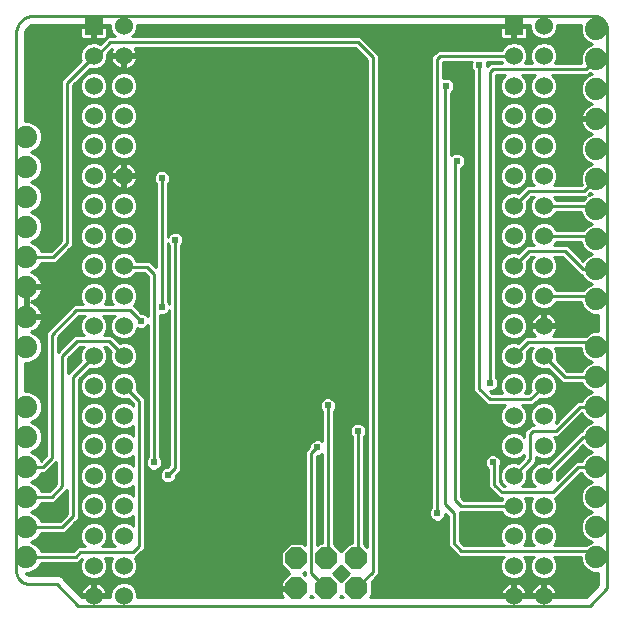
<source format=gtl>
G75*
%MOIN*%
%OFA0B0*%
%FSLAX25Y25*%
%IPPOS*%
%LPD*%
%AMOC8*
5,1,8,0,0,1.08239X$1,22.5*
%
%ADD10C,0.01000*%
%ADD11C,0.06000*%
%ADD12R,0.06000X0.06000*%
%ADD13C,0.07400*%
%ADD14OC8,0.07400*%
%ADD15C,0.02400*%
D10*
X0024114Y0014431D02*
X0024114Y0194719D01*
X0027114Y0194478D02*
X0027161Y0194703D01*
X0029142Y0196683D01*
X0029556Y0196805D01*
X0029766Y0196802D01*
X0029816Y0196781D01*
X0030250Y0196781D01*
X0030682Y0196735D01*
X0030842Y0196781D01*
X0049452Y0196781D01*
X0049452Y0195994D01*
X0045452Y0195994D01*
X0045452Y0193297D01*
X0045555Y0192915D01*
X0045752Y0192573D01*
X0046031Y0192294D01*
X0046373Y0192096D01*
X0046755Y0191994D01*
X0049452Y0191994D01*
X0049452Y0195994D01*
X0050452Y0195994D01*
X0050452Y0191994D01*
X0053150Y0191994D01*
X0053531Y0192096D01*
X0053873Y0192294D01*
X0054153Y0192573D01*
X0054350Y0192915D01*
X0054452Y0193297D01*
X0054452Y0195994D01*
X0050453Y0195994D01*
X0050453Y0196781D01*
X0055452Y0196781D01*
X0055452Y0195599D01*
X0056138Y0193945D01*
X0057089Y0192994D01*
X0054624Y0192994D01*
X0052104Y0190474D01*
X0050848Y0190994D01*
X0049057Y0190994D01*
X0047403Y0190309D01*
X0046138Y0189043D01*
X0045452Y0187389D01*
X0045452Y0185599D01*
X0045680Y0185050D01*
X0038952Y0178323D01*
X0038952Y0176666D01*
X0038952Y0124823D01*
X0035624Y0121494D01*
X0032252Y0121494D01*
X0031861Y0122440D01*
X0030398Y0123902D01*
X0028970Y0124494D01*
X0030398Y0125086D01*
X0031861Y0126549D01*
X0032652Y0128460D01*
X0032652Y0130528D01*
X0031861Y0132440D01*
X0030398Y0133902D01*
X0028970Y0134494D01*
X0030398Y0135086D01*
X0031861Y0136549D01*
X0032652Y0138460D01*
X0032652Y0140528D01*
X0031861Y0142440D01*
X0030398Y0143902D01*
X0028970Y0144494D01*
X0030398Y0145086D01*
X0031861Y0146549D01*
X0032652Y0148460D01*
X0032652Y0150528D01*
X0031861Y0152440D01*
X0030398Y0153902D01*
X0028970Y0154494D01*
X0030398Y0155086D01*
X0031861Y0156549D01*
X0032652Y0158460D01*
X0032652Y0160528D01*
X0031861Y0162440D01*
X0030398Y0163902D01*
X0028487Y0164694D01*
X0027114Y0164694D01*
X0027114Y0194478D01*
X0027114Y0193966D02*
X0045452Y0193966D01*
X0045452Y0194964D02*
X0027423Y0194964D01*
X0028421Y0195963D02*
X0045452Y0195963D01*
X0045541Y0192967D02*
X0027114Y0192967D01*
X0027114Y0191969D02*
X0053599Y0191969D01*
X0054364Y0192967D02*
X0054597Y0192967D01*
X0054452Y0193966D02*
X0056129Y0193966D01*
X0055715Y0194964D02*
X0054452Y0194964D01*
X0054452Y0195963D02*
X0055452Y0195963D01*
X0055452Y0190994D02*
X0050952Y0186494D01*
X0049952Y0186494D01*
X0040952Y0177494D01*
X0040952Y0123994D01*
X0036452Y0119494D01*
X0027452Y0119494D01*
X0031394Y0116082D02*
X0045452Y0116082D01*
X0045452Y0115599D02*
X0045452Y0117389D01*
X0046138Y0119043D01*
X0047403Y0120309D01*
X0049057Y0120994D01*
X0050848Y0120994D01*
X0052502Y0120309D01*
X0053767Y0119043D01*
X0054452Y0117389D01*
X0054452Y0115599D01*
X0053767Y0113945D01*
X0052502Y0112679D01*
X0050848Y0111994D01*
X0049057Y0111994D01*
X0047403Y0112679D01*
X0046138Y0113945D01*
X0045452Y0115599D01*
X0045666Y0115083D02*
X0030392Y0115083D01*
X0030398Y0115086D02*
X0031861Y0116549D01*
X0032252Y0117494D01*
X0037281Y0117494D01*
X0041781Y0121994D01*
X0042952Y0123166D01*
X0042952Y0176666D01*
X0048508Y0182222D01*
X0049057Y0181994D01*
X0050848Y0181994D01*
X0052502Y0182679D01*
X0053767Y0183945D01*
X0054452Y0185599D01*
X0054452Y0187166D01*
X0056067Y0188780D01*
X0055782Y0188221D01*
X0055563Y0187548D01*
X0055476Y0186994D01*
X0059452Y0186994D01*
X0059452Y0185994D01*
X0055476Y0185994D01*
X0055563Y0185440D01*
X0055782Y0184767D01*
X0056104Y0184136D01*
X0056520Y0183563D01*
X0057021Y0183062D01*
X0057594Y0182645D01*
X0058225Y0182324D01*
X0058899Y0182105D01*
X0059452Y0182017D01*
X0059452Y0185994D01*
X0060452Y0185994D01*
X0060452Y0182017D01*
X0061006Y0182105D01*
X0061680Y0182324D01*
X0062311Y0182645D01*
X0062884Y0183062D01*
X0063385Y0183563D01*
X0063801Y0184136D01*
X0064123Y0184767D01*
X0064342Y0185440D01*
X0064429Y0185994D01*
X0060453Y0185994D01*
X0060453Y0186994D01*
X0064429Y0186994D01*
X0064342Y0187548D01*
X0064123Y0188221D01*
X0063801Y0188853D01*
X0063698Y0188994D01*
X0137124Y0188994D01*
X0140952Y0185166D01*
X0140952Y0022848D01*
X0139952Y0023848D01*
X0139952Y0059676D01*
X0140241Y0059965D01*
X0140652Y0060957D01*
X0140652Y0062031D01*
X0140241Y0063024D01*
X0139482Y0063783D01*
X0138490Y0064194D01*
X0137415Y0064194D01*
X0136423Y0063783D01*
X0135664Y0063024D01*
X0135252Y0062031D01*
X0135252Y0060957D01*
X0135664Y0059965D01*
X0135952Y0059676D01*
X0135952Y0024194D01*
X0135299Y0024194D01*
X0132452Y0021348D01*
X0129952Y0023848D01*
X0129952Y0068176D01*
X0130241Y0068465D01*
X0130652Y0069457D01*
X0130652Y0070531D01*
X0130241Y0071524D01*
X0129482Y0072283D01*
X0128490Y0072694D01*
X0127415Y0072694D01*
X0126423Y0072283D01*
X0125664Y0071524D01*
X0125252Y0070531D01*
X0125252Y0069457D01*
X0125664Y0068465D01*
X0125952Y0068176D01*
X0125952Y0058295D01*
X0124990Y0058694D01*
X0123915Y0058694D01*
X0122923Y0058283D01*
X0122164Y0057524D01*
X0121752Y0056531D01*
X0121752Y0056123D01*
X0121624Y0055994D01*
X0120452Y0054823D01*
X0120452Y0023348D01*
X0119606Y0024194D01*
X0115299Y0024194D01*
X0112252Y0021148D01*
X0112252Y0016840D01*
X0115099Y0013994D01*
X0112252Y0011148D01*
X0112252Y0009494D01*
X0116952Y0009494D01*
X0116952Y0008494D01*
X0112252Y0008494D01*
X0112252Y0006840D01*
X0112843Y0006250D01*
X0064452Y0006250D01*
X0064452Y0007389D01*
X0063767Y0009043D01*
X0062502Y0010309D01*
X0060848Y0010994D01*
X0059057Y0010994D01*
X0057403Y0010309D01*
X0056138Y0009043D01*
X0055452Y0007389D01*
X0055452Y0006250D01*
X0050453Y0006250D01*
X0050453Y0006994D01*
X0054429Y0006994D01*
X0054342Y0007548D01*
X0054123Y0008221D01*
X0053801Y0008853D01*
X0053385Y0009426D01*
X0052884Y0009926D01*
X0052311Y0010343D01*
X0051680Y0010664D01*
X0051006Y0010883D01*
X0050452Y0010971D01*
X0050452Y0006994D01*
X0049452Y0006994D01*
X0049452Y0006250D01*
X0046069Y0006250D01*
X0040126Y0012193D01*
X0040126Y0012193D01*
X0039282Y0013037D01*
X0038179Y0013494D01*
X0029232Y0013494D01*
X0029110Y0013533D01*
X0028639Y0013494D01*
X0028239Y0013494D01*
X0027773Y0013643D01*
X0027383Y0013973D01*
X0027218Y0014294D01*
X0028487Y0014294D01*
X0030398Y0015086D01*
X0031861Y0016549D01*
X0032252Y0017494D01*
X0044781Y0017494D01*
X0046002Y0018715D01*
X0045452Y0017389D01*
X0045452Y0015599D01*
X0046138Y0013945D01*
X0047403Y0012679D01*
X0049057Y0011994D01*
X0050848Y0011994D01*
X0052502Y0012679D01*
X0053767Y0013945D01*
X0054452Y0015599D01*
X0054452Y0017389D01*
X0053788Y0018994D01*
X0056117Y0018994D01*
X0055452Y0017389D01*
X0055452Y0015599D01*
X0056138Y0013945D01*
X0057403Y0012679D01*
X0059057Y0011994D01*
X0060848Y0011994D01*
X0062502Y0012679D01*
X0063767Y0013945D01*
X0064452Y0015599D01*
X0064452Y0017389D01*
X0063786Y0018999D01*
X0065781Y0020994D01*
X0066952Y0022166D01*
X0066952Y0072323D01*
X0064225Y0075050D01*
X0064452Y0075599D01*
X0064452Y0077389D01*
X0063767Y0079043D01*
X0062502Y0080309D01*
X0060848Y0080994D01*
X0059057Y0080994D01*
X0057403Y0080309D01*
X0056138Y0079043D01*
X0055452Y0077389D01*
X0055452Y0075599D01*
X0056138Y0073945D01*
X0057403Y0072679D01*
X0059057Y0071994D01*
X0060848Y0071994D01*
X0061397Y0072222D01*
X0062952Y0070666D01*
X0062952Y0069858D01*
X0062502Y0070309D01*
X0060848Y0070994D01*
X0059057Y0070994D01*
X0057403Y0070309D01*
X0056138Y0069043D01*
X0055452Y0067389D01*
X0055452Y0065599D01*
X0056138Y0063945D01*
X0057403Y0062679D01*
X0059057Y0061994D01*
X0060848Y0061994D01*
X0062502Y0062679D01*
X0062952Y0063130D01*
X0062952Y0059858D01*
X0062502Y0060309D01*
X0060848Y0060994D01*
X0059057Y0060994D01*
X0057403Y0060309D01*
X0056138Y0059043D01*
X0055452Y0057389D01*
X0055452Y0055599D01*
X0056138Y0053945D01*
X0057403Y0052679D01*
X0059057Y0051994D01*
X0060848Y0051994D01*
X0062502Y0052679D01*
X0062952Y0053130D01*
X0062952Y0049858D01*
X0062502Y0050309D01*
X0060848Y0050994D01*
X0059057Y0050994D01*
X0057403Y0050309D01*
X0056138Y0049043D01*
X0055452Y0047389D01*
X0055452Y0045599D01*
X0056138Y0043945D01*
X0057403Y0042679D01*
X0059057Y0041994D01*
X0060848Y0041994D01*
X0062502Y0042679D01*
X0062952Y0043130D01*
X0062952Y0039858D01*
X0062502Y0040309D01*
X0060848Y0040994D01*
X0059057Y0040994D01*
X0057403Y0040309D01*
X0056138Y0039043D01*
X0055452Y0037389D01*
X0055452Y0035599D01*
X0056138Y0033945D01*
X0057403Y0032679D01*
X0059057Y0031994D01*
X0060848Y0031994D01*
X0062502Y0032679D01*
X0062952Y0033130D01*
X0062952Y0029858D01*
X0062502Y0030309D01*
X0060848Y0030994D01*
X0059057Y0030994D01*
X0057403Y0030309D01*
X0056138Y0029043D01*
X0055452Y0027389D01*
X0055452Y0025599D01*
X0056138Y0023945D01*
X0057089Y0022994D01*
X0052816Y0022994D01*
X0053767Y0023945D01*
X0054452Y0025599D01*
X0054452Y0027389D01*
X0053767Y0029043D01*
X0052502Y0030309D01*
X0050848Y0030994D01*
X0049057Y0030994D01*
X0047403Y0030309D01*
X0046138Y0029043D01*
X0045452Y0027389D01*
X0045452Y0025599D01*
X0046138Y0023945D01*
X0047089Y0022994D01*
X0044624Y0022994D01*
X0043452Y0021823D01*
X0043124Y0021494D01*
X0032252Y0021494D01*
X0031861Y0022440D01*
X0030398Y0023902D01*
X0028970Y0024494D01*
X0030398Y0025086D01*
X0031861Y0026549D01*
X0032252Y0027494D01*
X0040281Y0027494D01*
X0043781Y0030994D01*
X0044952Y0032166D01*
X0044952Y0078666D01*
X0048508Y0082222D01*
X0049057Y0081994D01*
X0050848Y0081994D01*
X0052502Y0082679D01*
X0053767Y0083945D01*
X0054452Y0085599D01*
X0054452Y0087389D01*
X0053767Y0089043D01*
X0053316Y0089494D01*
X0054124Y0089494D01*
X0055680Y0087938D01*
X0055452Y0087389D01*
X0055452Y0085599D01*
X0056138Y0083945D01*
X0057403Y0082679D01*
X0059057Y0081994D01*
X0060848Y0081994D01*
X0062502Y0082679D01*
X0063767Y0083945D01*
X0064452Y0085599D01*
X0064452Y0087389D01*
X0063767Y0089043D01*
X0062502Y0090309D01*
X0060848Y0090994D01*
X0059057Y0090994D01*
X0058508Y0090767D01*
X0055781Y0093494D01*
X0053316Y0093494D01*
X0053767Y0093945D01*
X0054452Y0095599D01*
X0054452Y0097389D01*
X0053767Y0099043D01*
X0053060Y0099750D01*
X0056844Y0099750D01*
X0056138Y0099043D01*
X0055452Y0097389D01*
X0055452Y0095599D01*
X0056138Y0093945D01*
X0057403Y0092679D01*
X0059057Y0091994D01*
X0060848Y0091994D01*
X0062502Y0092679D01*
X0063767Y0093945D01*
X0064452Y0095599D01*
X0064452Y0095809D01*
X0065077Y0095550D01*
X0066151Y0095550D01*
X0067143Y0095961D01*
X0067903Y0096721D01*
X0067952Y0096840D01*
X0067952Y0052812D01*
X0067664Y0052524D01*
X0067252Y0051531D01*
X0067252Y0050457D01*
X0067664Y0049465D01*
X0068423Y0048705D01*
X0069415Y0048294D01*
X0070490Y0048294D01*
X0071482Y0048705D01*
X0072241Y0049465D01*
X0072652Y0050457D01*
X0072652Y0051531D01*
X0072241Y0052524D01*
X0071952Y0052812D01*
X0071952Y0100102D01*
X0072077Y0100050D01*
X0073151Y0100050D01*
X0074143Y0100461D01*
X0074903Y0101221D01*
X0075114Y0101730D01*
X0075114Y0050078D01*
X0074485Y0049450D01*
X0074077Y0049450D01*
X0073084Y0049039D01*
X0072325Y0048279D01*
X0071914Y0047287D01*
X0071914Y0046213D01*
X0072325Y0045221D01*
X0073084Y0044461D01*
X0074077Y0044050D01*
X0075151Y0044050D01*
X0076143Y0044461D01*
X0076903Y0045221D01*
X0077314Y0046213D01*
X0077314Y0046622D01*
X0079114Y0048422D01*
X0079114Y0123432D01*
X0079403Y0123721D01*
X0079814Y0124713D01*
X0079814Y0125787D01*
X0079403Y0126779D01*
X0078643Y0127539D01*
X0077651Y0127950D01*
X0076577Y0127950D01*
X0075584Y0127539D01*
X0074825Y0126779D01*
X0074614Y0126270D01*
X0074614Y0143932D01*
X0074903Y0144221D01*
X0075314Y0145213D01*
X0075314Y0146287D01*
X0074903Y0147279D01*
X0074143Y0148039D01*
X0073151Y0148450D01*
X0072077Y0148450D01*
X0071084Y0148039D01*
X0070325Y0147279D01*
X0069914Y0146287D01*
X0069914Y0145213D01*
X0070325Y0144221D01*
X0070614Y0143932D01*
X0070614Y0116078D01*
X0069614Y0117078D01*
X0068442Y0118250D01*
X0064096Y0118250D01*
X0063767Y0119043D01*
X0062502Y0120309D01*
X0060848Y0120994D01*
X0059057Y0120994D01*
X0057403Y0120309D01*
X0056138Y0119043D01*
X0055452Y0117389D01*
X0055452Y0115599D01*
X0056138Y0113945D01*
X0057403Y0112679D01*
X0059057Y0111994D01*
X0060848Y0111994D01*
X0062502Y0112679D01*
X0063767Y0113945D01*
X0063894Y0114250D01*
X0066785Y0114250D01*
X0067952Y0113083D01*
X0067952Y0099660D01*
X0067903Y0099779D01*
X0067143Y0100539D01*
X0066151Y0100950D01*
X0065742Y0100950D01*
X0063257Y0103435D01*
X0063767Y0103945D01*
X0064452Y0105599D01*
X0064452Y0107389D01*
X0063767Y0109043D01*
X0062502Y0110309D01*
X0060848Y0110994D01*
X0059057Y0110994D01*
X0057403Y0110309D01*
X0056138Y0109043D01*
X0055452Y0107389D01*
X0055452Y0105599D01*
X0056138Y0103945D01*
X0056333Y0103750D01*
X0053572Y0103750D01*
X0053767Y0103945D01*
X0054452Y0105599D01*
X0054452Y0107389D01*
X0053767Y0109043D01*
X0052502Y0110309D01*
X0050848Y0110994D01*
X0049057Y0110994D01*
X0047403Y0110309D01*
X0046138Y0109043D01*
X0045452Y0107389D01*
X0045452Y0105599D01*
X0046138Y0103945D01*
X0046333Y0103750D01*
X0043285Y0103750D01*
X0042114Y0102578D01*
X0035124Y0095589D01*
X0033952Y0094417D01*
X0033952Y0053323D01*
X0032215Y0051585D01*
X0031861Y0052440D01*
X0030398Y0053902D01*
X0028970Y0054494D01*
X0030398Y0055086D01*
X0031861Y0056549D01*
X0032652Y0058460D01*
X0032652Y0060528D01*
X0031861Y0062440D01*
X0030398Y0063902D01*
X0028970Y0064494D01*
X0030398Y0065086D01*
X0031861Y0066549D01*
X0032652Y0068460D01*
X0032652Y0070528D01*
X0031861Y0072440D01*
X0030398Y0073902D01*
X0028487Y0074694D01*
X0027114Y0074694D01*
X0027114Y0084294D01*
X0028487Y0084294D01*
X0030398Y0085086D01*
X0031861Y0086549D01*
X0032652Y0088460D01*
X0032652Y0090528D01*
X0031861Y0092440D01*
X0030398Y0093902D01*
X0028935Y0094508D01*
X0029449Y0094675D01*
X0030178Y0095047D01*
X0030840Y0095528D01*
X0031419Y0096107D01*
X0031900Y0096769D01*
X0032271Y0097498D01*
X0032524Y0098276D01*
X0032638Y0098994D01*
X0027953Y0098994D01*
X0027953Y0099994D01*
X0032638Y0099994D01*
X0032524Y0100712D01*
X0032271Y0101490D01*
X0031900Y0102219D01*
X0031419Y0102882D01*
X0030840Y0103460D01*
X0030178Y0103942D01*
X0029449Y0104313D01*
X0028892Y0104494D01*
X0029449Y0104675D01*
X0030178Y0105047D01*
X0030840Y0105528D01*
X0031419Y0106107D01*
X0031900Y0106769D01*
X0032271Y0107498D01*
X0032524Y0108276D01*
X0032638Y0108994D01*
X0027953Y0108994D01*
X0027953Y0109994D01*
X0032638Y0109994D01*
X0032524Y0110712D01*
X0032271Y0111490D01*
X0031900Y0112219D01*
X0031419Y0112882D01*
X0030840Y0113460D01*
X0030178Y0113942D01*
X0029449Y0114313D01*
X0028935Y0114480D01*
X0030398Y0115086D01*
X0029897Y0114085D02*
X0046080Y0114085D01*
X0046996Y0113086D02*
X0031214Y0113086D01*
X0031967Y0112088D02*
X0048831Y0112088D01*
X0051074Y0112088D02*
X0058831Y0112088D01*
X0056996Y0113086D02*
X0052909Y0113086D01*
X0053825Y0114085D02*
X0056080Y0114085D01*
X0055666Y0115083D02*
X0054239Y0115083D01*
X0054452Y0116082D02*
X0055452Y0116082D01*
X0055452Y0117080D02*
X0054452Y0117080D01*
X0054167Y0118079D02*
X0055738Y0118079D01*
X0056172Y0119077D02*
X0053733Y0119077D01*
X0052735Y0120076D02*
X0057170Y0120076D01*
X0057403Y0122679D02*
X0059057Y0121994D01*
X0060848Y0121994D01*
X0062502Y0122679D01*
X0063767Y0123945D01*
X0064452Y0125599D01*
X0064452Y0127389D01*
X0063767Y0129043D01*
X0062502Y0130309D01*
X0060848Y0130994D01*
X0059057Y0130994D01*
X0057403Y0130309D01*
X0056138Y0129043D01*
X0055452Y0127389D01*
X0055452Y0125599D01*
X0056138Y0123945D01*
X0057403Y0122679D01*
X0057011Y0123071D02*
X0052894Y0123071D01*
X0052502Y0122679D02*
X0053767Y0123945D01*
X0054452Y0125599D01*
X0054452Y0127389D01*
X0053767Y0129043D01*
X0052502Y0130309D01*
X0050848Y0130994D01*
X0049057Y0130994D01*
X0047403Y0130309D01*
X0046138Y0129043D01*
X0045452Y0127389D01*
X0045452Y0125599D01*
X0046138Y0123945D01*
X0047403Y0122679D01*
X0049057Y0121994D01*
X0050848Y0121994D01*
X0052502Y0122679D01*
X0051038Y0122073D02*
X0058867Y0122073D01*
X0061038Y0122073D02*
X0070614Y0122073D01*
X0070614Y0123071D02*
X0062894Y0123071D01*
X0063819Y0124070D02*
X0070614Y0124070D01*
X0070614Y0125068D02*
X0064233Y0125068D01*
X0064452Y0126067D02*
X0070614Y0126067D01*
X0070614Y0127065D02*
X0064452Y0127065D01*
X0064173Y0128064D02*
X0070614Y0128064D01*
X0070614Y0129062D02*
X0063748Y0129062D01*
X0062750Y0130061D02*
X0070614Y0130061D01*
X0070614Y0131059D02*
X0042952Y0131059D01*
X0042952Y0130061D02*
X0047155Y0130061D01*
X0046157Y0129062D02*
X0042952Y0129062D01*
X0042952Y0128064D02*
X0045732Y0128064D01*
X0045452Y0127065D02*
X0042952Y0127065D01*
X0042952Y0126067D02*
X0045452Y0126067D01*
X0045672Y0125068D02*
X0042952Y0125068D01*
X0042952Y0124070D02*
X0046086Y0124070D01*
X0047011Y0123071D02*
X0042858Y0123071D01*
X0041860Y0122073D02*
X0048867Y0122073D01*
X0047170Y0120076D02*
X0039863Y0120076D01*
X0040861Y0121074D02*
X0070614Y0121074D01*
X0070614Y0120076D02*
X0062735Y0120076D01*
X0063733Y0119077D02*
X0070614Y0119077D01*
X0070614Y0118079D02*
X0068613Y0118079D01*
X0069612Y0117080D02*
X0070614Y0117080D01*
X0070611Y0116082D02*
X0070614Y0116082D01*
X0069952Y0113911D02*
X0067614Y0116250D01*
X0060197Y0116250D01*
X0059952Y0116494D01*
X0062909Y0113086D02*
X0067949Y0113086D01*
X0067952Y0112088D02*
X0061074Y0112088D01*
X0062720Y0110091D02*
X0067952Y0110091D01*
X0067952Y0111089D02*
X0032402Y0111089D01*
X0032623Y0110091D02*
X0047185Y0110091D01*
X0046187Y0109092D02*
X0027953Y0109092D01*
X0027952Y0108994D02*
X0027952Y0099994D01*
X0027114Y0099994D01*
X0027114Y0108994D01*
X0027952Y0108994D01*
X0027952Y0108094D02*
X0027114Y0108094D01*
X0027114Y0107095D02*
X0027952Y0107095D01*
X0027952Y0106097D02*
X0027114Y0106097D01*
X0027114Y0105098D02*
X0027952Y0105098D01*
X0027952Y0104100D02*
X0027114Y0104100D01*
X0027114Y0103101D02*
X0027952Y0103101D01*
X0027952Y0102103D02*
X0027114Y0102103D01*
X0027114Y0101104D02*
X0027952Y0101104D01*
X0027952Y0100106D02*
X0027114Y0100106D01*
X0027953Y0099107D02*
X0038643Y0099107D01*
X0039641Y0100106D02*
X0032620Y0100106D01*
X0032397Y0101104D02*
X0040640Y0101104D01*
X0041638Y0102103D02*
X0031959Y0102103D01*
X0031199Y0103101D02*
X0042637Y0103101D01*
X0042114Y0102578D02*
X0042114Y0102578D01*
X0044114Y0101750D02*
X0062114Y0101750D01*
X0065614Y0098250D01*
X0067577Y0100106D02*
X0067952Y0100106D01*
X0067952Y0101104D02*
X0065588Y0101104D01*
X0064590Y0102103D02*
X0067952Y0102103D01*
X0067952Y0103101D02*
X0063591Y0103101D01*
X0063831Y0104100D02*
X0067952Y0104100D01*
X0067952Y0105098D02*
X0064245Y0105098D01*
X0064452Y0106097D02*
X0067952Y0106097D01*
X0067952Y0107095D02*
X0064452Y0107095D01*
X0064161Y0108094D02*
X0067952Y0108094D01*
X0067952Y0109092D02*
X0063718Y0109092D01*
X0063825Y0114085D02*
X0066951Y0114085D01*
X0069952Y0113911D02*
X0069952Y0050994D01*
X0067947Y0049182D02*
X0066952Y0049182D01*
X0066952Y0050180D02*
X0067367Y0050180D01*
X0067252Y0051179D02*
X0066952Y0051179D01*
X0066952Y0052177D02*
X0067520Y0052177D01*
X0067952Y0053176D02*
X0066952Y0053176D01*
X0066952Y0054174D02*
X0067952Y0054174D01*
X0067952Y0055173D02*
X0066952Y0055173D01*
X0066952Y0056171D02*
X0067952Y0056171D01*
X0067952Y0057170D02*
X0066952Y0057170D01*
X0066952Y0058168D02*
X0067952Y0058168D01*
X0067952Y0059167D02*
X0066952Y0059167D01*
X0066952Y0060165D02*
X0067952Y0060165D01*
X0067952Y0061164D02*
X0066952Y0061164D01*
X0066952Y0062162D02*
X0067952Y0062162D01*
X0067952Y0063161D02*
X0066952Y0063161D01*
X0066952Y0064159D02*
X0067952Y0064159D01*
X0067952Y0065158D02*
X0066952Y0065158D01*
X0066952Y0066156D02*
X0067952Y0066156D01*
X0067952Y0067155D02*
X0066952Y0067155D01*
X0066952Y0068153D02*
X0067952Y0068153D01*
X0067952Y0069152D02*
X0066952Y0069152D01*
X0066952Y0070150D02*
X0067952Y0070150D01*
X0067952Y0071149D02*
X0066952Y0071149D01*
X0066952Y0072147D02*
X0067952Y0072147D01*
X0067952Y0073146D02*
X0066129Y0073146D01*
X0065131Y0074144D02*
X0067952Y0074144D01*
X0067952Y0075143D02*
X0064263Y0075143D01*
X0064452Y0076141D02*
X0067952Y0076141D01*
X0067952Y0077140D02*
X0064452Y0077140D01*
X0064142Y0078138D02*
X0067952Y0078138D01*
X0067952Y0079137D02*
X0063674Y0079137D01*
X0062675Y0080135D02*
X0067952Y0080135D01*
X0067952Y0081134D02*
X0047421Y0081134D01*
X0047403Y0080309D02*
X0046138Y0079043D01*
X0045452Y0077389D01*
X0045452Y0075599D01*
X0046138Y0073945D01*
X0047403Y0072679D01*
X0049057Y0071994D01*
X0050848Y0071994D01*
X0052502Y0072679D01*
X0053767Y0073945D01*
X0054452Y0075599D01*
X0054452Y0077389D01*
X0053767Y0079043D01*
X0052502Y0080309D01*
X0050848Y0080994D01*
X0049057Y0080994D01*
X0047403Y0080309D01*
X0047230Y0080135D02*
X0046422Y0080135D01*
X0046231Y0079137D02*
X0045424Y0079137D01*
X0045763Y0078138D02*
X0044952Y0078138D01*
X0044952Y0077140D02*
X0045452Y0077140D01*
X0045452Y0076141D02*
X0044952Y0076141D01*
X0044952Y0075143D02*
X0045641Y0075143D01*
X0046055Y0074144D02*
X0044952Y0074144D01*
X0044952Y0073146D02*
X0046937Y0073146D01*
X0048688Y0072147D02*
X0044952Y0072147D01*
X0044952Y0071149D02*
X0062469Y0071149D01*
X0062660Y0070150D02*
X0062952Y0070150D01*
X0064952Y0071494D02*
X0059952Y0076494D01*
X0056937Y0073146D02*
X0052968Y0073146D01*
X0053850Y0074144D02*
X0056055Y0074144D01*
X0055641Y0075143D02*
X0054263Y0075143D01*
X0054452Y0076141D02*
X0055452Y0076141D01*
X0055452Y0077140D02*
X0054452Y0077140D01*
X0054142Y0078138D02*
X0055763Y0078138D01*
X0056231Y0079137D02*
X0053674Y0079137D01*
X0052675Y0080135D02*
X0057230Y0080135D01*
X0058723Y0082132D02*
X0051181Y0082132D01*
X0052953Y0083131D02*
X0056952Y0083131D01*
X0056061Y0084129D02*
X0053844Y0084129D01*
X0054257Y0085128D02*
X0055648Y0085128D01*
X0055452Y0086126D02*
X0054452Y0086126D01*
X0054452Y0087125D02*
X0055452Y0087125D01*
X0055495Y0088123D02*
X0054148Y0088123D01*
X0054496Y0089122D02*
X0053689Y0089122D01*
X0054952Y0091494D02*
X0059952Y0086494D01*
X0062953Y0083131D02*
X0067952Y0083131D01*
X0067952Y0084129D02*
X0063844Y0084129D01*
X0064257Y0085128D02*
X0067952Y0085128D01*
X0067952Y0086126D02*
X0064452Y0086126D01*
X0064452Y0087125D02*
X0067952Y0087125D01*
X0067952Y0088123D02*
X0064148Y0088123D01*
X0063689Y0089122D02*
X0067952Y0089122D01*
X0067952Y0090120D02*
X0062690Y0090120D01*
X0061146Y0092118D02*
X0067952Y0092118D01*
X0067952Y0093116D02*
X0062938Y0093116D01*
X0063838Y0094115D02*
X0067952Y0094115D01*
X0067952Y0095113D02*
X0064251Y0095113D01*
X0067294Y0096112D02*
X0067952Y0096112D01*
X0071952Y0096112D02*
X0075114Y0096112D01*
X0075114Y0097110D02*
X0071952Y0097110D01*
X0071952Y0098109D02*
X0075114Y0098109D01*
X0075114Y0099107D02*
X0071952Y0099107D01*
X0073285Y0100106D02*
X0075114Y0100106D01*
X0075114Y0101104D02*
X0074786Y0101104D01*
X0072614Y0102750D02*
X0072614Y0145750D01*
X0075004Y0147036D02*
X0140952Y0147036D01*
X0140952Y0148034D02*
X0074148Y0148034D01*
X0075314Y0146037D02*
X0140952Y0146037D01*
X0140952Y0145039D02*
X0075242Y0145039D01*
X0074722Y0144040D02*
X0140952Y0144040D01*
X0140952Y0143042D02*
X0074614Y0143042D01*
X0074614Y0142043D02*
X0140952Y0142043D01*
X0140952Y0141045D02*
X0074614Y0141045D01*
X0074614Y0140046D02*
X0140952Y0140046D01*
X0140952Y0139048D02*
X0074614Y0139048D01*
X0074614Y0138049D02*
X0140952Y0138049D01*
X0140952Y0137051D02*
X0074614Y0137051D01*
X0074614Y0136052D02*
X0140952Y0136052D01*
X0140952Y0135053D02*
X0074614Y0135053D01*
X0074614Y0134055D02*
X0140952Y0134055D01*
X0140952Y0133056D02*
X0074614Y0133056D01*
X0074614Y0132058D02*
X0140952Y0132058D01*
X0140952Y0131059D02*
X0074614Y0131059D01*
X0074614Y0130061D02*
X0140952Y0130061D01*
X0140952Y0129062D02*
X0074614Y0129062D01*
X0074614Y0128064D02*
X0140952Y0128064D01*
X0140952Y0127065D02*
X0079117Y0127065D01*
X0079698Y0126067D02*
X0140952Y0126067D01*
X0140952Y0125068D02*
X0079814Y0125068D01*
X0079547Y0124070D02*
X0140952Y0124070D01*
X0140952Y0123071D02*
X0079114Y0123071D01*
X0079114Y0122073D02*
X0140952Y0122073D01*
X0140952Y0121074D02*
X0079114Y0121074D01*
X0079114Y0120076D02*
X0140952Y0120076D01*
X0140952Y0119077D02*
X0079114Y0119077D01*
X0079114Y0118079D02*
X0140952Y0118079D01*
X0140952Y0117080D02*
X0079114Y0117080D01*
X0079114Y0116082D02*
X0140952Y0116082D01*
X0140952Y0115083D02*
X0079114Y0115083D01*
X0079114Y0114085D02*
X0140952Y0114085D01*
X0140952Y0113086D02*
X0079114Y0113086D01*
X0079114Y0112088D02*
X0140952Y0112088D01*
X0140952Y0111089D02*
X0079114Y0111089D01*
X0079114Y0110091D02*
X0140952Y0110091D01*
X0140952Y0109092D02*
X0079114Y0109092D01*
X0079114Y0108094D02*
X0140952Y0108094D01*
X0140952Y0107095D02*
X0079114Y0107095D01*
X0079114Y0106097D02*
X0140952Y0106097D01*
X0140952Y0105098D02*
X0079114Y0105098D01*
X0079114Y0104100D02*
X0140952Y0104100D01*
X0140952Y0103101D02*
X0079114Y0103101D01*
X0079114Y0102103D02*
X0140952Y0102103D01*
X0140952Y0101104D02*
X0079114Y0101104D01*
X0079114Y0100106D02*
X0140952Y0100106D01*
X0140952Y0099107D02*
X0079114Y0099107D01*
X0079114Y0098109D02*
X0140952Y0098109D01*
X0140952Y0097110D02*
X0079114Y0097110D01*
X0079114Y0096112D02*
X0140952Y0096112D01*
X0140952Y0095113D02*
X0079114Y0095113D01*
X0079114Y0094115D02*
X0140952Y0094115D01*
X0140952Y0093116D02*
X0079114Y0093116D01*
X0079114Y0092118D02*
X0140952Y0092118D01*
X0140952Y0091119D02*
X0079114Y0091119D01*
X0079114Y0090120D02*
X0140952Y0090120D01*
X0140952Y0089122D02*
X0079114Y0089122D01*
X0079114Y0088123D02*
X0140952Y0088123D01*
X0140952Y0087125D02*
X0079114Y0087125D01*
X0079114Y0086126D02*
X0140952Y0086126D01*
X0140952Y0085128D02*
X0079114Y0085128D01*
X0079114Y0084129D02*
X0140952Y0084129D01*
X0140952Y0083131D02*
X0079114Y0083131D01*
X0079114Y0082132D02*
X0140952Y0082132D01*
X0140952Y0081134D02*
X0079114Y0081134D01*
X0079114Y0080135D02*
X0140952Y0080135D01*
X0140952Y0079137D02*
X0079114Y0079137D01*
X0079114Y0078138D02*
X0140952Y0078138D01*
X0140952Y0077140D02*
X0079114Y0077140D01*
X0079114Y0076141D02*
X0140952Y0076141D01*
X0140952Y0075143D02*
X0079114Y0075143D01*
X0079114Y0074144D02*
X0140952Y0074144D01*
X0140952Y0073146D02*
X0079114Y0073146D01*
X0079114Y0072147D02*
X0126287Y0072147D01*
X0125508Y0071149D02*
X0079114Y0071149D01*
X0079114Y0070150D02*
X0125252Y0070150D01*
X0125379Y0069152D02*
X0079114Y0069152D01*
X0079114Y0068153D02*
X0125952Y0068153D01*
X0125952Y0067155D02*
X0079114Y0067155D01*
X0079114Y0066156D02*
X0125952Y0066156D01*
X0125952Y0065158D02*
X0079114Y0065158D01*
X0079114Y0064159D02*
X0125952Y0064159D01*
X0125952Y0063161D02*
X0079114Y0063161D01*
X0079114Y0062162D02*
X0125952Y0062162D01*
X0125952Y0061164D02*
X0079114Y0061164D01*
X0079114Y0060165D02*
X0125952Y0060165D01*
X0125952Y0059167D02*
X0079114Y0059167D01*
X0079114Y0058168D02*
X0122808Y0058168D01*
X0122017Y0057170D02*
X0079114Y0057170D01*
X0079114Y0056171D02*
X0121752Y0056171D01*
X0120803Y0055173D02*
X0079114Y0055173D01*
X0079114Y0054174D02*
X0120452Y0054174D01*
X0120452Y0053176D02*
X0079114Y0053176D01*
X0079114Y0052177D02*
X0120452Y0052177D01*
X0120452Y0051179D02*
X0079114Y0051179D01*
X0079114Y0050180D02*
X0120452Y0050180D01*
X0120452Y0049182D02*
X0079114Y0049182D01*
X0078875Y0048183D02*
X0120452Y0048183D01*
X0120452Y0047184D02*
X0077877Y0047184D01*
X0077303Y0046186D02*
X0120452Y0046186D01*
X0120452Y0045187D02*
X0076870Y0045187D01*
X0075486Y0044189D02*
X0120452Y0044189D01*
X0120452Y0043190D02*
X0066952Y0043190D01*
X0066952Y0042192D02*
X0120452Y0042192D01*
X0120452Y0041193D02*
X0066952Y0041193D01*
X0066952Y0040195D02*
X0120452Y0040195D01*
X0120452Y0039196D02*
X0066952Y0039196D01*
X0066952Y0038198D02*
X0120452Y0038198D01*
X0120452Y0037199D02*
X0066952Y0037199D01*
X0066952Y0036201D02*
X0120452Y0036201D01*
X0120452Y0035202D02*
X0066952Y0035202D01*
X0066952Y0034204D02*
X0120452Y0034204D01*
X0120452Y0033205D02*
X0066952Y0033205D01*
X0066952Y0032207D02*
X0120452Y0032207D01*
X0120452Y0031208D02*
X0066952Y0031208D01*
X0066952Y0030210D02*
X0120452Y0030210D01*
X0120452Y0029211D02*
X0066952Y0029211D01*
X0066952Y0028213D02*
X0120452Y0028213D01*
X0120452Y0027214D02*
X0066952Y0027214D01*
X0066952Y0026216D02*
X0120452Y0026216D01*
X0120452Y0025217D02*
X0066952Y0025217D01*
X0066952Y0024219D02*
X0120452Y0024219D01*
X0124452Y0024219D02*
X0125952Y0024219D01*
X0125952Y0024194D02*
X0125299Y0024194D01*
X0124452Y0023348D01*
X0124452Y0053166D01*
X0124581Y0053294D01*
X0124990Y0053294D01*
X0125952Y0053693D01*
X0125952Y0024194D01*
X0125952Y0025217D02*
X0124452Y0025217D01*
X0124452Y0026216D02*
X0125952Y0026216D01*
X0125952Y0027214D02*
X0124452Y0027214D01*
X0124452Y0028213D02*
X0125952Y0028213D01*
X0125952Y0029211D02*
X0124452Y0029211D01*
X0124452Y0030210D02*
X0125952Y0030210D01*
X0125952Y0031208D02*
X0124452Y0031208D01*
X0124452Y0032207D02*
X0125952Y0032207D01*
X0125952Y0033205D02*
X0124452Y0033205D01*
X0124452Y0034204D02*
X0125952Y0034204D01*
X0125952Y0035202D02*
X0124452Y0035202D01*
X0124452Y0036201D02*
X0125952Y0036201D01*
X0125952Y0037199D02*
X0124452Y0037199D01*
X0124452Y0038198D02*
X0125952Y0038198D01*
X0125952Y0039196D02*
X0124452Y0039196D01*
X0124452Y0040195D02*
X0125952Y0040195D01*
X0125952Y0041193D02*
X0124452Y0041193D01*
X0124452Y0042192D02*
X0125952Y0042192D01*
X0125952Y0043190D02*
X0124452Y0043190D01*
X0124452Y0044189D02*
X0125952Y0044189D01*
X0125952Y0045187D02*
X0124452Y0045187D01*
X0124452Y0046186D02*
X0125952Y0046186D01*
X0125952Y0047184D02*
X0124452Y0047184D01*
X0124452Y0048183D02*
X0125952Y0048183D01*
X0125952Y0049182D02*
X0124452Y0049182D01*
X0124452Y0050180D02*
X0125952Y0050180D01*
X0125952Y0051179D02*
X0124452Y0051179D01*
X0124452Y0052177D02*
X0125952Y0052177D01*
X0125952Y0053176D02*
X0124462Y0053176D01*
X0122452Y0053994D02*
X0122452Y0013994D01*
X0127452Y0008994D01*
X0131564Y0012237D02*
X0133341Y0012237D01*
X0132452Y0011348D02*
X0135099Y0013994D01*
X0132452Y0016640D01*
X0129806Y0013994D01*
X0132452Y0011348D01*
X0130565Y0013235D02*
X0134340Y0013235D01*
X0134859Y0014234D02*
X0130046Y0014234D01*
X0131044Y0015232D02*
X0133861Y0015232D01*
X0132862Y0016231D02*
X0132043Y0016231D01*
X0127952Y0019494D02*
X0127452Y0018994D01*
X0127952Y0019494D02*
X0127952Y0069994D01*
X0130397Y0071149D02*
X0140952Y0071149D01*
X0140952Y0072147D02*
X0129618Y0072147D01*
X0130652Y0070150D02*
X0140952Y0070150D01*
X0140952Y0069152D02*
X0130526Y0069152D01*
X0129952Y0068153D02*
X0140952Y0068153D01*
X0140952Y0067155D02*
X0129952Y0067155D01*
X0129952Y0066156D02*
X0140952Y0066156D01*
X0140952Y0065158D02*
X0129952Y0065158D01*
X0129952Y0064159D02*
X0137331Y0064159D01*
X0138574Y0064159D02*
X0140952Y0064159D01*
X0140952Y0063161D02*
X0140104Y0063161D01*
X0140598Y0062162D02*
X0140952Y0062162D01*
X0140952Y0061164D02*
X0140652Y0061164D01*
X0140952Y0060165D02*
X0140324Y0060165D01*
X0139952Y0059167D02*
X0140952Y0059167D01*
X0140952Y0058168D02*
X0139952Y0058168D01*
X0139952Y0057170D02*
X0140952Y0057170D01*
X0140952Y0056171D02*
X0139952Y0056171D01*
X0139952Y0055173D02*
X0140952Y0055173D01*
X0140952Y0054174D02*
X0139952Y0054174D01*
X0139952Y0053176D02*
X0140952Y0053176D01*
X0140952Y0052177D02*
X0139952Y0052177D01*
X0139952Y0051179D02*
X0140952Y0051179D01*
X0140952Y0050180D02*
X0139952Y0050180D01*
X0139952Y0049182D02*
X0140952Y0049182D01*
X0140952Y0048183D02*
X0139952Y0048183D01*
X0139952Y0047184D02*
X0140952Y0047184D01*
X0140952Y0046186D02*
X0139952Y0046186D01*
X0139952Y0045187D02*
X0140952Y0045187D01*
X0140952Y0044189D02*
X0139952Y0044189D01*
X0139952Y0043190D02*
X0140952Y0043190D01*
X0140952Y0042192D02*
X0139952Y0042192D01*
X0139952Y0041193D02*
X0140952Y0041193D01*
X0140952Y0040195D02*
X0139952Y0040195D01*
X0139952Y0039196D02*
X0140952Y0039196D01*
X0140952Y0038198D02*
X0139952Y0038198D01*
X0139952Y0037199D02*
X0140952Y0037199D01*
X0140952Y0036201D02*
X0139952Y0036201D01*
X0139952Y0035202D02*
X0140952Y0035202D01*
X0140952Y0034204D02*
X0139952Y0034204D01*
X0139952Y0033205D02*
X0140952Y0033205D01*
X0140952Y0032207D02*
X0139952Y0032207D01*
X0139952Y0031208D02*
X0140952Y0031208D01*
X0140952Y0030210D02*
X0139952Y0030210D01*
X0139952Y0029211D02*
X0140952Y0029211D01*
X0140952Y0028213D02*
X0139952Y0028213D01*
X0139952Y0027214D02*
X0140952Y0027214D01*
X0140952Y0026216D02*
X0139952Y0026216D01*
X0139952Y0025217D02*
X0140952Y0025217D01*
X0140952Y0024219D02*
X0139952Y0024219D01*
X0140580Y0023220D02*
X0140952Y0023220D01*
X0144952Y0023220D02*
X0167952Y0023220D01*
X0167952Y0023166D02*
X0170452Y0020666D01*
X0171624Y0019494D01*
X0186589Y0019494D01*
X0186138Y0019043D01*
X0185452Y0017389D01*
X0185452Y0015599D01*
X0186138Y0013945D01*
X0187403Y0012679D01*
X0189057Y0011994D01*
X0190848Y0011994D01*
X0192502Y0012679D01*
X0193767Y0013945D01*
X0194452Y0015599D01*
X0194452Y0017389D01*
X0193767Y0019043D01*
X0193316Y0019494D01*
X0196589Y0019494D01*
X0196138Y0019043D01*
X0195452Y0017389D01*
X0195452Y0015599D01*
X0196138Y0013945D01*
X0197403Y0012679D01*
X0199057Y0011994D01*
X0200848Y0011994D01*
X0202502Y0012679D01*
X0203767Y0013945D01*
X0204452Y0015599D01*
X0204452Y0017389D01*
X0203767Y0019043D01*
X0203316Y0019494D01*
X0212252Y0019494D01*
X0212252Y0018460D01*
X0213044Y0016549D01*
X0214507Y0015086D01*
X0216418Y0014294D01*
X0217964Y0014294D01*
X0217964Y0010248D01*
X0214005Y0006250D01*
X0200453Y0006250D01*
X0200453Y0006994D01*
X0204429Y0006994D01*
X0204342Y0007548D01*
X0204123Y0008221D01*
X0203801Y0008853D01*
X0203385Y0009426D01*
X0202884Y0009926D01*
X0202311Y0010343D01*
X0201680Y0010664D01*
X0201006Y0010883D01*
X0200452Y0010971D01*
X0200452Y0006994D01*
X0199452Y0006994D01*
X0199452Y0006250D01*
X0190453Y0006250D01*
X0190453Y0006994D01*
X0194429Y0006994D01*
X0194342Y0007548D01*
X0194123Y0008221D01*
X0193801Y0008853D01*
X0193385Y0009426D01*
X0192884Y0009926D01*
X0192311Y0010343D01*
X0191680Y0010664D01*
X0191006Y0010883D01*
X0190452Y0010971D01*
X0190452Y0006994D01*
X0189452Y0006994D01*
X0189452Y0006250D01*
X0142062Y0006250D01*
X0142652Y0006840D01*
X0142652Y0011148D01*
X0142544Y0011257D01*
X0143781Y0012494D01*
X0144952Y0013666D01*
X0144952Y0186823D01*
X0139952Y0191823D01*
X0138781Y0192994D01*
X0062816Y0192994D01*
X0063767Y0193945D01*
X0064452Y0195599D01*
X0064452Y0196781D01*
X0189452Y0196781D01*
X0189452Y0195994D01*
X0185452Y0195994D01*
X0185452Y0193297D01*
X0185555Y0192915D01*
X0185752Y0192573D01*
X0186031Y0192294D01*
X0186373Y0192096D01*
X0186755Y0191994D01*
X0189452Y0191994D01*
X0189452Y0195994D01*
X0190452Y0195994D01*
X0190452Y0191994D01*
X0193150Y0191994D01*
X0193531Y0192096D01*
X0193873Y0192294D01*
X0194153Y0192573D01*
X0194350Y0192915D01*
X0194452Y0193297D01*
X0194452Y0195994D01*
X0190453Y0195994D01*
X0190453Y0196781D01*
X0195452Y0196781D01*
X0195452Y0195599D01*
X0196138Y0193945D01*
X0197403Y0192679D01*
X0199057Y0191994D01*
X0200848Y0191994D01*
X0202502Y0192679D01*
X0203767Y0193945D01*
X0204452Y0195599D01*
X0204452Y0196781D01*
X0212357Y0196781D01*
X0212252Y0196528D01*
X0212252Y0194460D01*
X0213044Y0192549D01*
X0214507Y0191086D01*
X0215935Y0190494D01*
X0214507Y0189902D01*
X0213044Y0188440D01*
X0212252Y0186528D01*
X0212252Y0184460D01*
X0212445Y0183994D01*
X0203788Y0183994D01*
X0204452Y0185599D01*
X0204452Y0187389D01*
X0203767Y0189043D01*
X0202502Y0190309D01*
X0200848Y0190994D01*
X0199057Y0190994D01*
X0197403Y0190309D01*
X0196138Y0189043D01*
X0195452Y0187389D01*
X0195452Y0185599D01*
X0196117Y0183994D01*
X0193788Y0183994D01*
X0194452Y0185599D01*
X0194452Y0187389D01*
X0193767Y0189043D01*
X0192502Y0190309D01*
X0190848Y0190994D01*
X0189057Y0190994D01*
X0187403Y0190309D01*
X0186138Y0189043D01*
X0185910Y0188494D01*
X0164624Y0188494D01*
X0163624Y0187494D01*
X0162452Y0186323D01*
X0162452Y0035812D01*
X0162164Y0035524D01*
X0161752Y0034531D01*
X0161752Y0033457D01*
X0162164Y0032465D01*
X0162923Y0031705D01*
X0163915Y0031294D01*
X0164990Y0031294D01*
X0165982Y0031705D01*
X0166741Y0032465D01*
X0167152Y0033457D01*
X0167152Y0033966D01*
X0167952Y0033166D01*
X0167952Y0023166D01*
X0167952Y0024219D02*
X0144952Y0024219D01*
X0144952Y0025217D02*
X0167952Y0025217D01*
X0167952Y0026216D02*
X0144952Y0026216D01*
X0144952Y0027214D02*
X0167952Y0027214D01*
X0167952Y0028213D02*
X0144952Y0028213D01*
X0144952Y0029211D02*
X0167952Y0029211D01*
X0167952Y0030210D02*
X0144952Y0030210D01*
X0144952Y0031208D02*
X0167952Y0031208D01*
X0167952Y0032207D02*
X0166484Y0032207D01*
X0167048Y0033205D02*
X0167913Y0033205D01*
X0169952Y0033994D02*
X0169952Y0023994D01*
X0172452Y0021494D01*
X0215452Y0021494D01*
X0217452Y0019494D01*
X0215271Y0024219D02*
X0203881Y0024219D01*
X0203767Y0023945D02*
X0204452Y0025599D01*
X0204452Y0027389D01*
X0203767Y0029043D01*
X0202502Y0030309D01*
X0200848Y0030994D01*
X0199057Y0030994D01*
X0197403Y0030309D01*
X0196138Y0029043D01*
X0195452Y0027389D01*
X0195452Y0025599D01*
X0196138Y0023945D01*
X0196589Y0023494D01*
X0193316Y0023494D01*
X0193767Y0023945D01*
X0194452Y0025599D01*
X0194452Y0027389D01*
X0193767Y0029043D01*
X0192502Y0030309D01*
X0190848Y0030994D01*
X0189057Y0030994D01*
X0187403Y0030309D01*
X0186138Y0029043D01*
X0185452Y0027389D01*
X0185452Y0025599D01*
X0186138Y0023945D01*
X0186589Y0023494D01*
X0173281Y0023494D01*
X0171952Y0024823D01*
X0171952Y0034494D01*
X0185910Y0034494D01*
X0186138Y0033945D01*
X0187403Y0032679D01*
X0189057Y0031994D01*
X0190848Y0031994D01*
X0192502Y0032679D01*
X0193767Y0033945D01*
X0194452Y0035599D01*
X0194452Y0037389D01*
X0193788Y0038994D01*
X0196117Y0038994D01*
X0195452Y0037389D01*
X0195452Y0035599D01*
X0196138Y0033945D01*
X0197403Y0032679D01*
X0199057Y0031994D01*
X0200848Y0031994D01*
X0202502Y0032679D01*
X0203767Y0033945D01*
X0204452Y0035599D01*
X0204452Y0037389D01*
X0203786Y0038999D01*
X0204952Y0040166D01*
X0212281Y0047494D01*
X0212652Y0047494D01*
X0213044Y0046549D01*
X0214507Y0045086D01*
X0215935Y0044494D01*
X0214507Y0043902D01*
X0213044Y0042440D01*
X0212252Y0040528D01*
X0212252Y0038460D01*
X0213044Y0036549D01*
X0214507Y0035086D01*
X0215935Y0034494D01*
X0214507Y0033902D01*
X0213044Y0032440D01*
X0212252Y0030528D01*
X0212252Y0028460D01*
X0213044Y0026549D01*
X0214507Y0025086D01*
X0215935Y0024494D01*
X0214507Y0023902D01*
X0214099Y0023494D01*
X0203316Y0023494D01*
X0203767Y0023945D01*
X0204294Y0025217D02*
X0214375Y0025217D01*
X0213377Y0026216D02*
X0204452Y0026216D01*
X0204452Y0027214D02*
X0212768Y0027214D01*
X0212355Y0028213D02*
X0204111Y0028213D01*
X0203599Y0029211D02*
X0212252Y0029211D01*
X0212252Y0030210D02*
X0202601Y0030210D01*
X0201361Y0032207D02*
X0212948Y0032207D01*
X0212534Y0031208D02*
X0171952Y0031208D01*
X0171952Y0030210D02*
X0187304Y0030210D01*
X0186306Y0029211D02*
X0171952Y0029211D01*
X0171952Y0028213D02*
X0185794Y0028213D01*
X0185452Y0027214D02*
X0171952Y0027214D01*
X0171952Y0026216D02*
X0185452Y0026216D01*
X0185611Y0025217D02*
X0171952Y0025217D01*
X0172556Y0024219D02*
X0186024Y0024219D01*
X0186321Y0019226D02*
X0144952Y0019226D01*
X0144952Y0018228D02*
X0185800Y0018228D01*
X0185452Y0017229D02*
X0144952Y0017229D01*
X0144952Y0016231D02*
X0185452Y0016231D01*
X0185604Y0015232D02*
X0144952Y0015232D01*
X0144952Y0014234D02*
X0186018Y0014234D01*
X0186847Y0013235D02*
X0144522Y0013235D01*
X0143523Y0012237D02*
X0188472Y0012237D01*
X0188899Y0010883D02*
X0188225Y0010664D01*
X0187594Y0010343D01*
X0187021Y0009926D01*
X0186520Y0009426D01*
X0186104Y0008853D01*
X0185782Y0008221D01*
X0185563Y0007548D01*
X0185476Y0006994D01*
X0189452Y0006994D01*
X0189452Y0010971D01*
X0188899Y0010883D01*
X0189452Y0010240D02*
X0190452Y0010240D01*
X0190452Y0009241D02*
X0189452Y0009241D01*
X0189452Y0008243D02*
X0190452Y0008243D01*
X0190452Y0007244D02*
X0189452Y0007244D01*
X0187452Y0010240D02*
X0142652Y0010240D01*
X0142652Y0009241D02*
X0186386Y0009241D01*
X0185793Y0008243D02*
X0142652Y0008243D01*
X0142652Y0007244D02*
X0185515Y0007244D01*
X0191433Y0012237D02*
X0198472Y0012237D01*
X0198899Y0010883D02*
X0198225Y0010664D01*
X0197594Y0010343D01*
X0197021Y0009926D01*
X0196520Y0009426D01*
X0196104Y0008853D01*
X0195782Y0008221D01*
X0195563Y0007548D01*
X0195476Y0006994D01*
X0199452Y0006994D01*
X0199452Y0010971D01*
X0198899Y0010883D01*
X0199452Y0010240D02*
X0200452Y0010240D01*
X0200452Y0009241D02*
X0199452Y0009241D01*
X0199452Y0008243D02*
X0200452Y0008243D01*
X0200452Y0007244D02*
X0199452Y0007244D01*
X0197452Y0010240D02*
X0192453Y0010240D01*
X0193519Y0009241D02*
X0196386Y0009241D01*
X0195793Y0008243D02*
X0194112Y0008243D01*
X0194390Y0007244D02*
X0195515Y0007244D01*
X0201433Y0012237D02*
X0217964Y0012237D01*
X0217964Y0013235D02*
X0203057Y0013235D01*
X0203887Y0014234D02*
X0217964Y0014234D01*
X0217964Y0011238D02*
X0142562Y0011238D01*
X0142952Y0014494D02*
X0142952Y0185994D01*
X0137952Y0190994D01*
X0055452Y0190994D01*
X0052600Y0190970D02*
X0050905Y0190970D01*
X0049000Y0190970D02*
X0027114Y0190970D01*
X0027114Y0189972D02*
X0047066Y0189972D01*
X0046109Y0188973D02*
X0027114Y0188973D01*
X0027114Y0187975D02*
X0045695Y0187975D01*
X0045452Y0186976D02*
X0027114Y0186976D01*
X0027114Y0185978D02*
X0045452Y0185978D01*
X0045609Y0184979D02*
X0027114Y0184979D01*
X0027114Y0183981D02*
X0044610Y0183981D01*
X0043612Y0182982D02*
X0027114Y0182982D01*
X0027114Y0181984D02*
X0042613Y0181984D01*
X0041615Y0180985D02*
X0027114Y0180985D01*
X0027114Y0179987D02*
X0040616Y0179987D01*
X0039618Y0178988D02*
X0027114Y0178988D01*
X0027114Y0177989D02*
X0038952Y0177989D01*
X0038952Y0176991D02*
X0027114Y0176991D01*
X0027114Y0175992D02*
X0038952Y0175992D01*
X0038952Y0174994D02*
X0027114Y0174994D01*
X0027114Y0173995D02*
X0038952Y0173995D01*
X0038952Y0172997D02*
X0027114Y0172997D01*
X0027114Y0171998D02*
X0038952Y0171998D01*
X0038952Y0171000D02*
X0027114Y0171000D01*
X0027114Y0170001D02*
X0038952Y0170001D01*
X0038952Y0169003D02*
X0027114Y0169003D01*
X0027114Y0168004D02*
X0038952Y0168004D01*
X0038952Y0167006D02*
X0027114Y0167006D01*
X0027114Y0166007D02*
X0038952Y0166007D01*
X0038952Y0165009D02*
X0027114Y0165009D01*
X0030138Y0164010D02*
X0038952Y0164010D01*
X0038952Y0163012D02*
X0031289Y0163012D01*
X0032037Y0162013D02*
X0038952Y0162013D01*
X0038952Y0161015D02*
X0032451Y0161015D01*
X0032652Y0160016D02*
X0038952Y0160016D01*
X0038952Y0159018D02*
X0032652Y0159018D01*
X0032470Y0158019D02*
X0038952Y0158019D01*
X0038952Y0157021D02*
X0032056Y0157021D01*
X0031335Y0156022D02*
X0038952Y0156022D01*
X0038952Y0155024D02*
X0030248Y0155024D01*
X0030102Y0154025D02*
X0038952Y0154025D01*
X0038952Y0153027D02*
X0031274Y0153027D01*
X0032031Y0152028D02*
X0038952Y0152028D01*
X0038952Y0151030D02*
X0032445Y0151030D01*
X0032652Y0150031D02*
X0038952Y0150031D01*
X0038952Y0149033D02*
X0032652Y0149033D01*
X0032476Y0148034D02*
X0038952Y0148034D01*
X0038952Y0147036D02*
X0032063Y0147036D01*
X0031349Y0146037D02*
X0038952Y0146037D01*
X0038952Y0145039D02*
X0030284Y0145039D01*
X0030066Y0144040D02*
X0038952Y0144040D01*
X0038952Y0143042D02*
X0031259Y0143042D01*
X0032025Y0142043D02*
X0038952Y0142043D01*
X0038952Y0141045D02*
X0032439Y0141045D01*
X0032652Y0140046D02*
X0038952Y0140046D01*
X0038952Y0139048D02*
X0032652Y0139048D01*
X0032482Y0138049D02*
X0038952Y0138049D01*
X0038952Y0137051D02*
X0032069Y0137051D01*
X0031364Y0136052D02*
X0038952Y0136052D01*
X0038952Y0135053D02*
X0030320Y0135053D01*
X0030030Y0134055D02*
X0038952Y0134055D01*
X0038952Y0133056D02*
X0031244Y0133056D01*
X0032019Y0132058D02*
X0038952Y0132058D01*
X0038952Y0131059D02*
X0032433Y0131059D01*
X0032652Y0130061D02*
X0038952Y0130061D01*
X0038952Y0129062D02*
X0032652Y0129062D01*
X0032488Y0128064D02*
X0038952Y0128064D01*
X0038952Y0127065D02*
X0032075Y0127065D01*
X0031379Y0126067D02*
X0038952Y0126067D01*
X0038952Y0125068D02*
X0030356Y0125068D01*
X0029994Y0124070D02*
X0038200Y0124070D01*
X0037201Y0123071D02*
X0031229Y0123071D01*
X0032013Y0122073D02*
X0036203Y0122073D01*
X0038864Y0119077D02*
X0046172Y0119077D01*
X0045738Y0118079D02*
X0037866Y0118079D01*
X0032081Y0117080D02*
X0045452Y0117080D01*
X0052720Y0110091D02*
X0057185Y0110091D01*
X0056187Y0109092D02*
X0053718Y0109092D01*
X0054161Y0108094D02*
X0055744Y0108094D01*
X0055452Y0107095D02*
X0054452Y0107095D01*
X0054452Y0106097D02*
X0055452Y0106097D01*
X0055660Y0105098D02*
X0054245Y0105098D01*
X0053831Y0104100D02*
X0056073Y0104100D01*
X0056202Y0099107D02*
X0053703Y0099107D01*
X0054154Y0098109D02*
X0055750Y0098109D01*
X0055452Y0097110D02*
X0054452Y0097110D01*
X0054452Y0096112D02*
X0055452Y0096112D01*
X0055654Y0095113D02*
X0054251Y0095113D01*
X0053838Y0094115D02*
X0056067Y0094115D01*
X0056159Y0093116D02*
X0056967Y0093116D01*
X0057157Y0092118D02*
X0058759Y0092118D01*
X0058156Y0091119D02*
X0067952Y0091119D01*
X0071952Y0091119D02*
X0075114Y0091119D01*
X0075114Y0092118D02*
X0071952Y0092118D01*
X0071952Y0093116D02*
X0075114Y0093116D01*
X0075114Y0094115D02*
X0071952Y0094115D01*
X0071952Y0095113D02*
X0075114Y0095113D01*
X0075114Y0090120D02*
X0071952Y0090120D01*
X0071952Y0089122D02*
X0075114Y0089122D01*
X0075114Y0088123D02*
X0071952Y0088123D01*
X0071952Y0087125D02*
X0075114Y0087125D01*
X0075114Y0086126D02*
X0071952Y0086126D01*
X0071952Y0085128D02*
X0075114Y0085128D01*
X0075114Y0084129D02*
X0071952Y0084129D01*
X0071952Y0083131D02*
X0075114Y0083131D01*
X0075114Y0082132D02*
X0071952Y0082132D01*
X0071952Y0081134D02*
X0075114Y0081134D01*
X0075114Y0080135D02*
X0071952Y0080135D01*
X0071952Y0079137D02*
X0075114Y0079137D01*
X0075114Y0078138D02*
X0071952Y0078138D01*
X0071952Y0077140D02*
X0075114Y0077140D01*
X0075114Y0076141D02*
X0071952Y0076141D01*
X0071952Y0075143D02*
X0075114Y0075143D01*
X0075114Y0074144D02*
X0071952Y0074144D01*
X0071952Y0073146D02*
X0075114Y0073146D01*
X0075114Y0072147D02*
X0071952Y0072147D01*
X0071952Y0071149D02*
X0075114Y0071149D01*
X0075114Y0070150D02*
X0071952Y0070150D01*
X0071952Y0069152D02*
X0075114Y0069152D01*
X0075114Y0068153D02*
X0071952Y0068153D01*
X0071952Y0067155D02*
X0075114Y0067155D01*
X0075114Y0066156D02*
X0071952Y0066156D01*
X0071952Y0065158D02*
X0075114Y0065158D01*
X0075114Y0064159D02*
X0071952Y0064159D01*
X0071952Y0063161D02*
X0075114Y0063161D01*
X0075114Y0062162D02*
X0071952Y0062162D01*
X0071952Y0061164D02*
X0075114Y0061164D01*
X0075114Y0060165D02*
X0071952Y0060165D01*
X0071952Y0059167D02*
X0075114Y0059167D01*
X0075114Y0058168D02*
X0071952Y0058168D01*
X0071952Y0057170D02*
X0075114Y0057170D01*
X0075114Y0056171D02*
X0071952Y0056171D01*
X0071952Y0055173D02*
X0075114Y0055173D01*
X0075114Y0054174D02*
X0071952Y0054174D01*
X0071952Y0053176D02*
X0075114Y0053176D01*
X0075114Y0052177D02*
X0072385Y0052177D01*
X0072652Y0051179D02*
X0075114Y0051179D01*
X0075114Y0050180D02*
X0072538Y0050180D01*
X0071958Y0049182D02*
X0073429Y0049182D01*
X0072285Y0048183D02*
X0066952Y0048183D01*
X0066952Y0047184D02*
X0071914Y0047184D01*
X0071925Y0046186D02*
X0066952Y0046186D01*
X0066952Y0045187D02*
X0072358Y0045187D01*
X0073741Y0044189D02*
X0066952Y0044189D01*
X0062952Y0042192D02*
X0061325Y0042192D01*
X0062952Y0041193D02*
X0044952Y0041193D01*
X0044952Y0040195D02*
X0047289Y0040195D01*
X0047403Y0040309D02*
X0046138Y0039043D01*
X0045452Y0037389D01*
X0045452Y0035599D01*
X0046138Y0033945D01*
X0047403Y0032679D01*
X0049057Y0031994D01*
X0050848Y0031994D01*
X0052502Y0032679D01*
X0053767Y0033945D01*
X0054452Y0035599D01*
X0054452Y0037389D01*
X0053767Y0039043D01*
X0052502Y0040309D01*
X0050848Y0040994D01*
X0049057Y0040994D01*
X0047403Y0040309D01*
X0046291Y0039196D02*
X0044952Y0039196D01*
X0044952Y0038198D02*
X0045787Y0038198D01*
X0045452Y0037199D02*
X0044952Y0037199D01*
X0044952Y0036201D02*
X0045452Y0036201D01*
X0045617Y0035202D02*
X0044952Y0035202D01*
X0044952Y0034204D02*
X0046030Y0034204D01*
X0046877Y0033205D02*
X0044952Y0033205D01*
X0044952Y0032207D02*
X0048544Y0032207D01*
X0047304Y0030210D02*
X0042997Y0030210D01*
X0043995Y0031208D02*
X0062952Y0031208D01*
X0062952Y0030210D02*
X0062601Y0030210D01*
X0062952Y0032207D02*
X0061361Y0032207D01*
X0058544Y0032207D02*
X0051361Y0032207D01*
X0053028Y0033205D02*
X0056877Y0033205D01*
X0056030Y0034204D02*
X0053875Y0034204D01*
X0054288Y0035202D02*
X0055617Y0035202D01*
X0055452Y0036201D02*
X0054452Y0036201D01*
X0054452Y0037199D02*
X0055452Y0037199D01*
X0055787Y0038198D02*
X0054117Y0038198D01*
X0053614Y0039196D02*
X0056291Y0039196D01*
X0057289Y0040195D02*
X0052616Y0040195D01*
X0051325Y0042192D02*
X0058580Y0042192D01*
X0056892Y0043190D02*
X0053013Y0043190D01*
X0052502Y0042679D02*
X0053767Y0043945D01*
X0054452Y0045599D01*
X0054452Y0047389D01*
X0053767Y0049043D01*
X0052502Y0050309D01*
X0050848Y0050994D01*
X0049057Y0050994D01*
X0047403Y0050309D01*
X0046138Y0049043D01*
X0045452Y0047389D01*
X0045452Y0045599D01*
X0046138Y0043945D01*
X0047403Y0042679D01*
X0049057Y0041994D01*
X0050848Y0041994D01*
X0052502Y0042679D01*
X0053868Y0044189D02*
X0056036Y0044189D01*
X0055623Y0045187D02*
X0054282Y0045187D01*
X0054452Y0046186D02*
X0055452Y0046186D01*
X0055452Y0047184D02*
X0054452Y0047184D01*
X0054124Y0048183D02*
X0055781Y0048183D01*
X0056276Y0049182D02*
X0053629Y0049182D01*
X0052630Y0050180D02*
X0057274Y0050180D01*
X0058616Y0052177D02*
X0051289Y0052177D01*
X0050848Y0051994D02*
X0052502Y0052679D01*
X0053767Y0053945D01*
X0054452Y0055599D01*
X0054452Y0057389D01*
X0053767Y0059043D01*
X0052502Y0060309D01*
X0050848Y0060994D01*
X0049057Y0060994D01*
X0047403Y0060309D01*
X0046138Y0059043D01*
X0045452Y0057389D01*
X0045452Y0055599D01*
X0046138Y0053945D01*
X0047403Y0052679D01*
X0049057Y0051994D01*
X0050848Y0051994D01*
X0048616Y0052177D02*
X0044952Y0052177D01*
X0044952Y0051179D02*
X0062952Y0051179D01*
X0062952Y0052177D02*
X0061289Y0052177D01*
X0062630Y0050180D02*
X0062952Y0050180D01*
X0056907Y0053176D02*
X0052998Y0053176D01*
X0053862Y0054174D02*
X0056043Y0054174D01*
X0055629Y0055173D02*
X0054276Y0055173D01*
X0054452Y0056171D02*
X0055452Y0056171D01*
X0055452Y0057170D02*
X0054452Y0057170D01*
X0054130Y0058168D02*
X0055775Y0058168D01*
X0056261Y0059167D02*
X0053644Y0059167D01*
X0052645Y0060165D02*
X0057260Y0060165D01*
X0058652Y0062162D02*
X0051253Y0062162D01*
X0050848Y0061994D02*
X0052502Y0062679D01*
X0053767Y0063945D01*
X0054452Y0065599D01*
X0054452Y0067389D01*
X0053767Y0069043D01*
X0052502Y0070309D01*
X0050848Y0070994D01*
X0049057Y0070994D01*
X0047403Y0070309D01*
X0046138Y0069043D01*
X0045452Y0067389D01*
X0045452Y0065599D01*
X0046138Y0063945D01*
X0047403Y0062679D01*
X0049057Y0061994D01*
X0050848Y0061994D01*
X0048652Y0062162D02*
X0044952Y0062162D01*
X0044952Y0061164D02*
X0062952Y0061164D01*
X0062952Y0062162D02*
X0061253Y0062162D01*
X0062645Y0060165D02*
X0062952Y0060165D01*
X0056922Y0063161D02*
X0052983Y0063161D01*
X0053856Y0064159D02*
X0056049Y0064159D01*
X0055635Y0065158D02*
X0054270Y0065158D01*
X0054452Y0066156D02*
X0055452Y0066156D01*
X0055452Y0067155D02*
X0054452Y0067155D01*
X0054136Y0068153D02*
X0055769Y0068153D01*
X0056246Y0069152D02*
X0053659Y0069152D01*
X0052660Y0070150D02*
X0057245Y0070150D01*
X0058688Y0072147D02*
X0051217Y0072147D01*
X0047245Y0070150D02*
X0044952Y0070150D01*
X0044952Y0069152D02*
X0046246Y0069152D01*
X0045769Y0068153D02*
X0044952Y0068153D01*
X0044952Y0067155D02*
X0045452Y0067155D01*
X0045452Y0066156D02*
X0044952Y0066156D01*
X0044952Y0065158D02*
X0045635Y0065158D01*
X0046049Y0064159D02*
X0044952Y0064159D01*
X0044952Y0063161D02*
X0046922Y0063161D01*
X0047260Y0060165D02*
X0044952Y0060165D01*
X0044952Y0059167D02*
X0046261Y0059167D01*
X0045775Y0058168D02*
X0044952Y0058168D01*
X0044952Y0057170D02*
X0045452Y0057170D01*
X0045452Y0056171D02*
X0044952Y0056171D01*
X0044952Y0055173D02*
X0045629Y0055173D01*
X0046043Y0054174D02*
X0044952Y0054174D01*
X0044952Y0053176D02*
X0046907Y0053176D01*
X0047274Y0050180D02*
X0044952Y0050180D01*
X0044952Y0049182D02*
X0046276Y0049182D01*
X0045781Y0048183D02*
X0044952Y0048183D01*
X0044952Y0047184D02*
X0045452Y0047184D01*
X0045452Y0046186D02*
X0044952Y0046186D01*
X0044952Y0045187D02*
X0045623Y0045187D01*
X0046036Y0044189D02*
X0044952Y0044189D01*
X0044952Y0043190D02*
X0046892Y0043190D01*
X0048580Y0042192D02*
X0044952Y0042192D01*
X0040952Y0041666D02*
X0040281Y0040994D01*
X0036781Y0037494D01*
X0032252Y0037494D01*
X0031861Y0036549D01*
X0030398Y0035086D01*
X0028970Y0034494D01*
X0030398Y0033902D01*
X0031861Y0032440D01*
X0032252Y0031494D01*
X0038624Y0031494D01*
X0040952Y0033823D01*
X0040952Y0041666D01*
X0040952Y0041193D02*
X0040480Y0041193D01*
X0040952Y0040195D02*
X0039482Y0040195D01*
X0038483Y0039196D02*
X0040952Y0039196D01*
X0040952Y0038198D02*
X0037485Y0038198D01*
X0035952Y0039494D02*
X0039452Y0042994D01*
X0039452Y0086494D01*
X0044452Y0091494D01*
X0054952Y0091494D01*
X0049952Y0086494D02*
X0042952Y0079494D01*
X0042952Y0032994D01*
X0039452Y0029494D01*
X0027452Y0029494D01*
X0031095Y0033205D02*
X0040335Y0033205D01*
X0040952Y0034204D02*
X0029670Y0034204D01*
X0030515Y0035202D02*
X0040952Y0035202D01*
X0040952Y0036201D02*
X0031513Y0036201D01*
X0032130Y0037199D02*
X0040952Y0037199D01*
X0039337Y0032207D02*
X0031957Y0032207D01*
X0032137Y0027214D02*
X0045452Y0027214D01*
X0045452Y0026216D02*
X0031528Y0026216D01*
X0030530Y0025217D02*
X0045611Y0025217D01*
X0046024Y0024219D02*
X0029634Y0024219D01*
X0031080Y0023220D02*
X0046862Y0023220D01*
X0045452Y0020994D02*
X0062952Y0020994D01*
X0064952Y0022994D01*
X0064952Y0071494D01*
X0061471Y0072147D02*
X0061217Y0072147D01*
X0061181Y0082132D02*
X0067952Y0082132D01*
X0048723Y0082132D02*
X0048419Y0082132D01*
X0044759Y0084129D02*
X0041452Y0084129D01*
X0041452Y0083131D02*
X0043761Y0083131D01*
X0042762Y0082132D02*
X0041452Y0082132D01*
X0041452Y0081134D02*
X0041764Y0081134D01*
X0041452Y0080822D02*
X0041452Y0085666D01*
X0045281Y0089494D01*
X0046589Y0089494D01*
X0046138Y0089043D01*
X0045452Y0087389D01*
X0045452Y0085599D01*
X0045680Y0085050D01*
X0041452Y0080822D01*
X0041452Y0085128D02*
X0045648Y0085128D01*
X0045452Y0086126D02*
X0041913Y0086126D01*
X0042912Y0087125D02*
X0045452Y0087125D01*
X0045757Y0088123D02*
X0043910Y0088123D01*
X0044909Y0089122D02*
X0046216Y0089122D01*
X0046589Y0093494D02*
X0043624Y0093494D01*
X0042452Y0092323D01*
X0037952Y0087822D01*
X0037952Y0092760D01*
X0044942Y0099750D01*
X0046844Y0099750D01*
X0046138Y0099043D01*
X0045452Y0097389D01*
X0045452Y0095599D01*
X0046138Y0093945D01*
X0046589Y0093494D01*
X0046067Y0094115D02*
X0039307Y0094115D01*
X0040305Y0095113D02*
X0045654Y0095113D01*
X0045452Y0096112D02*
X0041304Y0096112D01*
X0042302Y0097110D02*
X0045452Y0097110D01*
X0045750Y0098109D02*
X0043301Y0098109D01*
X0044299Y0099107D02*
X0046202Y0099107D01*
X0044114Y0101750D02*
X0035952Y0093589D01*
X0035952Y0052494D01*
X0032952Y0049494D01*
X0027452Y0049494D01*
X0031498Y0046186D02*
X0037452Y0046186D01*
X0037452Y0047184D02*
X0032124Y0047184D01*
X0032252Y0047494D02*
X0033781Y0047494D01*
X0036781Y0050494D01*
X0037452Y0051166D01*
X0037452Y0043823D01*
X0035124Y0041494D01*
X0032252Y0041494D01*
X0031861Y0042440D01*
X0030398Y0043902D01*
X0028970Y0044494D01*
X0030398Y0045086D01*
X0031861Y0046549D01*
X0032252Y0047494D01*
X0034470Y0048183D02*
X0037452Y0048183D01*
X0037452Y0049182D02*
X0035468Y0049182D01*
X0036467Y0050180D02*
X0037452Y0050180D01*
X0033806Y0053176D02*
X0031125Y0053176D01*
X0031970Y0052177D02*
X0032807Y0052177D01*
X0033952Y0054174D02*
X0029742Y0054174D01*
X0030485Y0055173D02*
X0033952Y0055173D01*
X0033952Y0056171D02*
X0031483Y0056171D01*
X0032118Y0057170D02*
X0033952Y0057170D01*
X0033952Y0058168D02*
X0032532Y0058168D01*
X0032652Y0059167D02*
X0033952Y0059167D01*
X0033952Y0060165D02*
X0032652Y0060165D01*
X0032389Y0061164D02*
X0033952Y0061164D01*
X0033952Y0062162D02*
X0031976Y0062162D01*
X0031140Y0063161D02*
X0033952Y0063161D01*
X0033952Y0064159D02*
X0029778Y0064159D01*
X0030470Y0065158D02*
X0033952Y0065158D01*
X0033952Y0066156D02*
X0031468Y0066156D01*
X0032112Y0067155D02*
X0033952Y0067155D01*
X0033952Y0068153D02*
X0032525Y0068153D01*
X0032652Y0069152D02*
X0033952Y0069152D01*
X0033952Y0070150D02*
X0032652Y0070150D01*
X0032396Y0071149D02*
X0033952Y0071149D01*
X0033952Y0072147D02*
X0031982Y0072147D01*
X0031155Y0073146D02*
X0033952Y0073146D01*
X0033952Y0074144D02*
X0029814Y0074144D01*
X0027114Y0075143D02*
X0033952Y0075143D01*
X0033952Y0076141D02*
X0027114Y0076141D01*
X0027114Y0077140D02*
X0033952Y0077140D01*
X0033952Y0078138D02*
X0027114Y0078138D01*
X0027114Y0079137D02*
X0033952Y0079137D01*
X0033952Y0080135D02*
X0027114Y0080135D01*
X0027114Y0081134D02*
X0033952Y0081134D01*
X0033952Y0082132D02*
X0027114Y0082132D01*
X0027114Y0083131D02*
X0033952Y0083131D01*
X0033952Y0084129D02*
X0027114Y0084129D01*
X0030440Y0085128D02*
X0033952Y0085128D01*
X0033952Y0086126D02*
X0031439Y0086126D01*
X0032100Y0087125D02*
X0033952Y0087125D01*
X0033952Y0088123D02*
X0032513Y0088123D01*
X0032652Y0089122D02*
X0033952Y0089122D01*
X0033952Y0090120D02*
X0032652Y0090120D01*
X0032408Y0091119D02*
X0033952Y0091119D01*
X0033952Y0092118D02*
X0031994Y0092118D01*
X0031184Y0093116D02*
X0033952Y0093116D01*
X0033952Y0094115D02*
X0029886Y0094115D01*
X0030269Y0095113D02*
X0034648Y0095113D01*
X0035124Y0095589D02*
X0035124Y0095589D01*
X0035647Y0096112D02*
X0031422Y0096112D01*
X0032074Y0097110D02*
X0036646Y0097110D01*
X0037644Y0098109D02*
X0032470Y0098109D01*
X0038308Y0093116D02*
X0043246Y0093116D01*
X0042247Y0092118D02*
X0037952Y0092118D01*
X0037952Y0091119D02*
X0041249Y0091119D01*
X0040250Y0090120D02*
X0037952Y0090120D01*
X0037952Y0089122D02*
X0039252Y0089122D01*
X0038253Y0088123D02*
X0037952Y0088123D01*
X0029868Y0104100D02*
X0046073Y0104100D01*
X0045660Y0105098D02*
X0030249Y0105098D01*
X0031409Y0106097D02*
X0045452Y0106097D01*
X0045452Y0107095D02*
X0032066Y0107095D01*
X0032465Y0108094D02*
X0045744Y0108094D01*
X0053819Y0124070D02*
X0056086Y0124070D01*
X0055672Y0125068D02*
X0054233Y0125068D01*
X0054452Y0126067D02*
X0055452Y0126067D01*
X0055452Y0127065D02*
X0054452Y0127065D01*
X0054173Y0128064D02*
X0055732Y0128064D01*
X0056157Y0129062D02*
X0053748Y0129062D01*
X0052750Y0130061D02*
X0057155Y0130061D01*
X0057403Y0132679D02*
X0059057Y0131994D01*
X0060848Y0131994D01*
X0062502Y0132679D01*
X0063767Y0133945D01*
X0064452Y0135599D01*
X0064452Y0137389D01*
X0063767Y0139043D01*
X0062502Y0140309D01*
X0060848Y0140994D01*
X0059057Y0140994D01*
X0057403Y0140309D01*
X0056138Y0139043D01*
X0055452Y0137389D01*
X0055452Y0135599D01*
X0056138Y0133945D01*
X0057403Y0132679D01*
X0057026Y0133056D02*
X0052879Y0133056D01*
X0052502Y0132679D02*
X0053767Y0133945D01*
X0054452Y0135599D01*
X0054452Y0137389D01*
X0053767Y0139043D01*
X0052502Y0140309D01*
X0050848Y0140994D01*
X0049057Y0140994D01*
X0047403Y0140309D01*
X0046138Y0139043D01*
X0045452Y0137389D01*
X0045452Y0135599D01*
X0046138Y0133945D01*
X0047403Y0132679D01*
X0049057Y0131994D01*
X0050848Y0131994D01*
X0052502Y0132679D01*
X0051002Y0132058D02*
X0058903Y0132058D01*
X0061002Y0132058D02*
X0070614Y0132058D01*
X0070614Y0133056D02*
X0062879Y0133056D01*
X0063813Y0134055D02*
X0070614Y0134055D01*
X0070614Y0135053D02*
X0064227Y0135053D01*
X0064452Y0136052D02*
X0070614Y0136052D01*
X0070614Y0137051D02*
X0064452Y0137051D01*
X0064179Y0138049D02*
X0070614Y0138049D01*
X0070614Y0139048D02*
X0063763Y0139048D01*
X0062764Y0140046D02*
X0070614Y0140046D01*
X0070614Y0141045D02*
X0042952Y0141045D01*
X0042952Y0142043D02*
X0048939Y0142043D01*
X0049057Y0141994D02*
X0050848Y0141994D01*
X0052502Y0142679D01*
X0053767Y0143945D01*
X0054452Y0145599D01*
X0054452Y0147389D01*
X0053767Y0149043D01*
X0052502Y0150309D01*
X0050848Y0150994D01*
X0049057Y0150994D01*
X0047403Y0150309D01*
X0046138Y0149043D01*
X0045452Y0147389D01*
X0045452Y0145599D01*
X0046138Y0143945D01*
X0047403Y0142679D01*
X0049057Y0141994D01*
X0050966Y0142043D02*
X0059289Y0142043D01*
X0059452Y0142043D02*
X0060452Y0142043D01*
X0060452Y0142017D02*
X0061006Y0142105D01*
X0061680Y0142324D01*
X0062311Y0142645D01*
X0062884Y0143062D01*
X0063385Y0143563D01*
X0063801Y0144136D01*
X0064123Y0144767D01*
X0064342Y0145440D01*
X0064429Y0145994D01*
X0060453Y0145994D01*
X0060453Y0146994D01*
X0064429Y0146994D01*
X0064342Y0147548D01*
X0064123Y0148221D01*
X0063801Y0148853D01*
X0063385Y0149426D01*
X0062884Y0149926D01*
X0062311Y0150343D01*
X0061680Y0150664D01*
X0061006Y0150883D01*
X0060452Y0150971D01*
X0060452Y0146994D01*
X0059452Y0146994D01*
X0059452Y0145994D01*
X0055476Y0145994D01*
X0055563Y0145440D01*
X0055782Y0144767D01*
X0056104Y0144136D01*
X0056520Y0143563D01*
X0057021Y0143062D01*
X0057594Y0142645D01*
X0058225Y0142324D01*
X0058899Y0142105D01*
X0059452Y0142017D01*
X0059452Y0145994D01*
X0060452Y0145994D01*
X0060452Y0142017D01*
X0060616Y0142043D02*
X0070614Y0142043D01*
X0070614Y0143042D02*
X0062856Y0143042D01*
X0063732Y0144040D02*
X0070505Y0144040D01*
X0069986Y0145039D02*
X0064211Y0145039D01*
X0064423Y0147036D02*
X0070224Y0147036D01*
X0069914Y0146037D02*
X0060453Y0146037D01*
X0060452Y0145039D02*
X0059452Y0145039D01*
X0059452Y0146037D02*
X0054452Y0146037D01*
X0054452Y0147036D02*
X0055482Y0147036D01*
X0055476Y0146994D02*
X0059452Y0146994D01*
X0059452Y0150971D01*
X0058899Y0150883D01*
X0058225Y0150664D01*
X0057594Y0150343D01*
X0057021Y0149926D01*
X0056520Y0149426D01*
X0056104Y0148853D01*
X0055782Y0148221D01*
X0055563Y0147548D01*
X0055476Y0146994D01*
X0055721Y0148034D02*
X0054185Y0148034D01*
X0053772Y0149033D02*
X0056235Y0149033D01*
X0057165Y0150031D02*
X0052779Y0150031D01*
X0052502Y0152679D02*
X0050848Y0151994D01*
X0049057Y0151994D01*
X0047403Y0152679D01*
X0046138Y0153945D01*
X0045452Y0155599D01*
X0045452Y0157389D01*
X0046138Y0159043D01*
X0047403Y0160309D01*
X0049057Y0160994D01*
X0050848Y0160994D01*
X0052502Y0160309D01*
X0053767Y0159043D01*
X0054452Y0157389D01*
X0054452Y0155599D01*
X0053767Y0153945D01*
X0052502Y0152679D01*
X0052849Y0153027D02*
X0057056Y0153027D01*
X0057403Y0152679D02*
X0056138Y0153945D01*
X0055452Y0155599D01*
X0055452Y0157389D01*
X0056138Y0159043D01*
X0057403Y0160309D01*
X0059057Y0160994D01*
X0060848Y0160994D01*
X0062502Y0160309D01*
X0063767Y0159043D01*
X0064452Y0157389D01*
X0064452Y0155599D01*
X0063767Y0153945D01*
X0062502Y0152679D01*
X0060848Y0151994D01*
X0059057Y0151994D01*
X0057403Y0152679D01*
X0058975Y0152028D02*
X0050930Y0152028D01*
X0048975Y0152028D02*
X0042952Y0152028D01*
X0042952Y0151030D02*
X0140952Y0151030D01*
X0140952Y0152028D02*
X0060930Y0152028D01*
X0060452Y0150031D02*
X0059452Y0150031D01*
X0059452Y0149033D02*
X0060452Y0149033D01*
X0060452Y0148034D02*
X0059452Y0148034D01*
X0059452Y0147036D02*
X0060452Y0147036D01*
X0062740Y0150031D02*
X0140952Y0150031D01*
X0140952Y0149033D02*
X0063670Y0149033D01*
X0064184Y0148034D02*
X0071080Y0148034D01*
X0063801Y0154025D02*
X0140952Y0154025D01*
X0140952Y0153027D02*
X0062849Y0153027D01*
X0064214Y0155024D02*
X0140952Y0155024D01*
X0140952Y0156022D02*
X0064452Y0156022D01*
X0064452Y0157021D02*
X0140952Y0157021D01*
X0140952Y0158019D02*
X0064191Y0158019D01*
X0063778Y0159018D02*
X0140952Y0159018D01*
X0140952Y0160016D02*
X0062794Y0160016D01*
X0062502Y0162679D02*
X0063767Y0163945D01*
X0064452Y0165599D01*
X0064452Y0167389D01*
X0063767Y0169043D01*
X0062502Y0170309D01*
X0060848Y0170994D01*
X0059057Y0170994D01*
X0057403Y0170309D01*
X0056138Y0169043D01*
X0055452Y0167389D01*
X0055452Y0165599D01*
X0056138Y0163945D01*
X0057403Y0162679D01*
X0059057Y0161994D01*
X0060848Y0161994D01*
X0062502Y0162679D01*
X0062834Y0163012D02*
X0140952Y0163012D01*
X0140952Y0164010D02*
X0063794Y0164010D01*
X0064208Y0165009D02*
X0140952Y0165009D01*
X0140952Y0166007D02*
X0064452Y0166007D01*
X0064452Y0167006D02*
X0140952Y0167006D01*
X0140952Y0168004D02*
X0064198Y0168004D01*
X0063784Y0169003D02*
X0140952Y0169003D01*
X0140952Y0170001D02*
X0062809Y0170001D01*
X0062502Y0172679D02*
X0063767Y0173945D01*
X0064452Y0175599D01*
X0064452Y0177389D01*
X0063767Y0179043D01*
X0062502Y0180309D01*
X0060848Y0180994D01*
X0059057Y0180994D01*
X0057403Y0180309D01*
X0056138Y0179043D01*
X0055452Y0177389D01*
X0055452Y0175599D01*
X0056138Y0173945D01*
X0057403Y0172679D01*
X0059057Y0171994D01*
X0060848Y0171994D01*
X0062502Y0172679D01*
X0062819Y0172997D02*
X0140952Y0172997D01*
X0140952Y0173995D02*
X0063788Y0173995D01*
X0064202Y0174994D02*
X0140952Y0174994D01*
X0140952Y0175992D02*
X0064452Y0175992D01*
X0064452Y0176991D02*
X0140952Y0176991D01*
X0140952Y0177989D02*
X0064204Y0177989D01*
X0063790Y0178988D02*
X0140952Y0178988D01*
X0140952Y0179987D02*
X0062824Y0179987D01*
X0060869Y0180985D02*
X0140952Y0180985D01*
X0140952Y0181984D02*
X0048270Y0181984D01*
X0049035Y0180985D02*
X0047272Y0180985D01*
X0047403Y0180309D02*
X0046138Y0179043D01*
X0045452Y0177389D01*
X0045452Y0175599D01*
X0046138Y0173945D01*
X0047403Y0172679D01*
X0049057Y0171994D01*
X0050848Y0171994D01*
X0052502Y0172679D01*
X0053767Y0173945D01*
X0054452Y0175599D01*
X0054452Y0177389D01*
X0053767Y0179043D01*
X0052502Y0180309D01*
X0050848Y0180994D01*
X0049057Y0180994D01*
X0047403Y0180309D01*
X0047081Y0179987D02*
X0046273Y0179987D01*
X0046115Y0178988D02*
X0045275Y0178988D01*
X0045701Y0177989D02*
X0044276Y0177989D01*
X0043278Y0176991D02*
X0045452Y0176991D01*
X0045452Y0175992D02*
X0042952Y0175992D01*
X0042952Y0174994D02*
X0045703Y0174994D01*
X0046117Y0173995D02*
X0042952Y0173995D01*
X0042952Y0172997D02*
X0047086Y0172997D01*
X0049047Y0171998D02*
X0042952Y0171998D01*
X0042952Y0171000D02*
X0140952Y0171000D01*
X0140952Y0171998D02*
X0060858Y0171998D01*
X0059047Y0171998D02*
X0050858Y0171998D01*
X0050848Y0170994D02*
X0049057Y0170994D01*
X0047403Y0170309D01*
X0046138Y0169043D01*
X0045452Y0167389D01*
X0045452Y0165599D01*
X0046138Y0163945D01*
X0047403Y0162679D01*
X0049057Y0161994D01*
X0050848Y0161994D01*
X0052502Y0162679D01*
X0053767Y0163945D01*
X0054452Y0165599D01*
X0054452Y0167389D01*
X0053767Y0169043D01*
X0052502Y0170309D01*
X0050848Y0170994D01*
X0052809Y0170001D02*
X0057096Y0170001D01*
X0056121Y0169003D02*
X0053784Y0169003D01*
X0054198Y0168004D02*
X0055707Y0168004D01*
X0055452Y0167006D02*
X0054452Y0167006D01*
X0054452Y0166007D02*
X0055452Y0166007D01*
X0055697Y0165009D02*
X0054208Y0165009D01*
X0053794Y0164010D02*
X0056110Y0164010D01*
X0057071Y0163012D02*
X0052834Y0163012D01*
X0050894Y0162013D02*
X0059011Y0162013D01*
X0060894Y0162013D02*
X0140952Y0162013D01*
X0140952Y0161015D02*
X0042952Y0161015D01*
X0042952Y0162013D02*
X0049011Y0162013D01*
X0047071Y0163012D02*
X0042952Y0163012D01*
X0042952Y0164010D02*
X0046110Y0164010D01*
X0045697Y0165009D02*
X0042952Y0165009D01*
X0042952Y0166007D02*
X0045452Y0166007D01*
X0045452Y0167006D02*
X0042952Y0167006D01*
X0042952Y0168004D02*
X0045707Y0168004D01*
X0046121Y0169003D02*
X0042952Y0169003D01*
X0042952Y0170001D02*
X0047096Y0170001D01*
X0052819Y0172997D02*
X0057086Y0172997D01*
X0056117Y0173995D02*
X0053788Y0173995D01*
X0054202Y0174994D02*
X0055703Y0174994D01*
X0055452Y0175992D02*
X0054452Y0175992D01*
X0054452Y0176991D02*
X0055452Y0176991D01*
X0055701Y0177989D02*
X0054204Y0177989D01*
X0053790Y0178988D02*
X0056115Y0178988D01*
X0057081Y0179987D02*
X0052824Y0179987D01*
X0050869Y0180985D02*
X0059035Y0180985D01*
X0059452Y0182982D02*
X0060452Y0182982D01*
X0060452Y0183981D02*
X0059452Y0183981D01*
X0059452Y0184979D02*
X0060452Y0184979D01*
X0060452Y0185978D02*
X0059452Y0185978D01*
X0059452Y0186976D02*
X0054452Y0186976D01*
X0054452Y0185978D02*
X0055478Y0185978D01*
X0055713Y0184979D02*
X0054196Y0184979D01*
X0053782Y0183981D02*
X0056216Y0183981D01*
X0057131Y0182982D02*
X0052804Y0182982D01*
X0055261Y0187975D02*
X0055702Y0187975D01*
X0060453Y0186976D02*
X0139142Y0186976D01*
X0140141Y0185978D02*
X0064427Y0185978D01*
X0064192Y0184979D02*
X0140952Y0184979D01*
X0140952Y0183981D02*
X0063689Y0183981D01*
X0062774Y0182982D02*
X0140952Y0182982D01*
X0144952Y0182982D02*
X0162452Y0182982D01*
X0162452Y0181984D02*
X0144952Y0181984D01*
X0144952Y0180985D02*
X0162452Y0180985D01*
X0162452Y0179987D02*
X0144952Y0179987D01*
X0144952Y0178988D02*
X0162452Y0178988D01*
X0162452Y0177989D02*
X0144952Y0177989D01*
X0144952Y0176991D02*
X0162452Y0176991D01*
X0162452Y0175992D02*
X0144952Y0175992D01*
X0144952Y0174994D02*
X0162452Y0174994D01*
X0162452Y0173995D02*
X0144952Y0173995D01*
X0144952Y0172997D02*
X0162452Y0172997D01*
X0162452Y0171998D02*
X0144952Y0171998D01*
X0144952Y0171000D02*
X0162452Y0171000D01*
X0162452Y0170001D02*
X0144952Y0170001D01*
X0144952Y0169003D02*
X0162452Y0169003D01*
X0162452Y0168004D02*
X0144952Y0168004D01*
X0144952Y0167006D02*
X0162452Y0167006D01*
X0162452Y0166007D02*
X0144952Y0166007D01*
X0144952Y0165009D02*
X0162452Y0165009D01*
X0162452Y0164010D02*
X0144952Y0164010D01*
X0144952Y0163012D02*
X0162452Y0163012D01*
X0162452Y0162013D02*
X0144952Y0162013D01*
X0144952Y0161015D02*
X0162452Y0161015D01*
X0162452Y0160016D02*
X0144952Y0160016D01*
X0144952Y0159018D02*
X0162452Y0159018D01*
X0162452Y0158019D02*
X0144952Y0158019D01*
X0144952Y0157021D02*
X0162452Y0157021D01*
X0162452Y0156022D02*
X0144952Y0156022D01*
X0144952Y0155024D02*
X0162452Y0155024D01*
X0162452Y0154025D02*
X0144952Y0154025D01*
X0144952Y0153027D02*
X0162452Y0153027D01*
X0162452Y0152028D02*
X0144952Y0152028D01*
X0144952Y0151030D02*
X0162452Y0151030D01*
X0162452Y0150031D02*
X0144952Y0150031D01*
X0144952Y0149033D02*
X0162452Y0149033D01*
X0162452Y0148034D02*
X0144952Y0148034D01*
X0144952Y0147036D02*
X0162452Y0147036D01*
X0162452Y0146037D02*
X0144952Y0146037D01*
X0144952Y0145039D02*
X0162452Y0145039D01*
X0162452Y0144040D02*
X0144952Y0144040D01*
X0144952Y0143042D02*
X0162452Y0143042D01*
X0162452Y0142043D02*
X0144952Y0142043D01*
X0144952Y0141045D02*
X0162452Y0141045D01*
X0162452Y0140046D02*
X0144952Y0140046D01*
X0144952Y0139048D02*
X0162452Y0139048D01*
X0162452Y0138049D02*
X0144952Y0138049D01*
X0144952Y0137051D02*
X0162452Y0137051D01*
X0162452Y0136052D02*
X0144952Y0136052D01*
X0144952Y0135053D02*
X0162452Y0135053D01*
X0162452Y0134055D02*
X0144952Y0134055D01*
X0144952Y0133056D02*
X0162452Y0133056D01*
X0162452Y0132058D02*
X0144952Y0132058D01*
X0144952Y0131059D02*
X0162452Y0131059D01*
X0162452Y0130061D02*
X0144952Y0130061D01*
X0144952Y0129062D02*
X0162452Y0129062D01*
X0162452Y0128064D02*
X0144952Y0128064D01*
X0144952Y0127065D02*
X0162452Y0127065D01*
X0162452Y0126067D02*
X0144952Y0126067D01*
X0144952Y0125068D02*
X0162452Y0125068D01*
X0162452Y0124070D02*
X0144952Y0124070D01*
X0144952Y0123071D02*
X0162452Y0123071D01*
X0162452Y0122073D02*
X0144952Y0122073D01*
X0144952Y0121074D02*
X0162452Y0121074D01*
X0162452Y0120076D02*
X0144952Y0120076D01*
X0144952Y0119077D02*
X0162452Y0119077D01*
X0162452Y0118079D02*
X0144952Y0118079D01*
X0144952Y0117080D02*
X0162452Y0117080D01*
X0162452Y0116082D02*
X0144952Y0116082D01*
X0144952Y0115083D02*
X0162452Y0115083D01*
X0162452Y0114085D02*
X0144952Y0114085D01*
X0144952Y0113086D02*
X0162452Y0113086D01*
X0162452Y0112088D02*
X0144952Y0112088D01*
X0144952Y0111089D02*
X0162452Y0111089D01*
X0162452Y0110091D02*
X0144952Y0110091D01*
X0144952Y0109092D02*
X0162452Y0109092D01*
X0162452Y0108094D02*
X0144952Y0108094D01*
X0144952Y0107095D02*
X0162452Y0107095D01*
X0162452Y0106097D02*
X0144952Y0106097D01*
X0144952Y0105098D02*
X0162452Y0105098D01*
X0162452Y0104100D02*
X0144952Y0104100D01*
X0144952Y0103101D02*
X0162452Y0103101D01*
X0162452Y0102103D02*
X0144952Y0102103D01*
X0144952Y0101104D02*
X0162452Y0101104D01*
X0162452Y0100106D02*
X0144952Y0100106D01*
X0144952Y0099107D02*
X0162452Y0099107D01*
X0162452Y0098109D02*
X0144952Y0098109D01*
X0144952Y0097110D02*
X0162452Y0097110D01*
X0162452Y0096112D02*
X0144952Y0096112D01*
X0144952Y0095113D02*
X0162452Y0095113D01*
X0162452Y0094115D02*
X0144952Y0094115D01*
X0144952Y0093116D02*
X0162452Y0093116D01*
X0162452Y0092118D02*
X0144952Y0092118D01*
X0144952Y0091119D02*
X0162452Y0091119D01*
X0162452Y0090120D02*
X0144952Y0090120D01*
X0144952Y0089122D02*
X0162452Y0089122D01*
X0162452Y0088123D02*
X0144952Y0088123D01*
X0144952Y0087125D02*
X0162452Y0087125D01*
X0162452Y0086126D02*
X0144952Y0086126D01*
X0144952Y0085128D02*
X0162452Y0085128D01*
X0162452Y0084129D02*
X0144952Y0084129D01*
X0144952Y0083131D02*
X0162452Y0083131D01*
X0162452Y0082132D02*
X0144952Y0082132D01*
X0144952Y0081134D02*
X0162452Y0081134D01*
X0162452Y0080135D02*
X0144952Y0080135D01*
X0144952Y0079137D02*
X0162452Y0079137D01*
X0162452Y0078138D02*
X0144952Y0078138D01*
X0144952Y0077140D02*
X0162452Y0077140D01*
X0162452Y0076141D02*
X0144952Y0076141D01*
X0144952Y0075143D02*
X0162452Y0075143D01*
X0162452Y0074144D02*
X0144952Y0074144D01*
X0144952Y0073146D02*
X0162452Y0073146D01*
X0162452Y0072147D02*
X0144952Y0072147D01*
X0144952Y0071149D02*
X0162452Y0071149D01*
X0162452Y0070150D02*
X0144952Y0070150D01*
X0144952Y0069152D02*
X0162452Y0069152D01*
X0162452Y0068153D02*
X0144952Y0068153D01*
X0144952Y0067155D02*
X0162452Y0067155D01*
X0162452Y0066156D02*
X0144952Y0066156D01*
X0144952Y0065158D02*
X0162452Y0065158D01*
X0162452Y0064159D02*
X0144952Y0064159D01*
X0144952Y0063161D02*
X0162452Y0063161D01*
X0162452Y0062162D02*
X0144952Y0062162D01*
X0144952Y0061164D02*
X0162452Y0061164D01*
X0162452Y0060165D02*
X0144952Y0060165D01*
X0144952Y0059167D02*
X0162452Y0059167D01*
X0162452Y0058168D02*
X0144952Y0058168D01*
X0144952Y0057170D02*
X0162452Y0057170D01*
X0162452Y0056171D02*
X0144952Y0056171D01*
X0144952Y0055173D02*
X0162452Y0055173D01*
X0162452Y0054174D02*
X0144952Y0054174D01*
X0144952Y0053176D02*
X0162452Y0053176D01*
X0162452Y0052177D02*
X0144952Y0052177D01*
X0144952Y0051179D02*
X0162452Y0051179D01*
X0162452Y0050180D02*
X0144952Y0050180D01*
X0144952Y0049182D02*
X0162452Y0049182D01*
X0162452Y0048183D02*
X0144952Y0048183D01*
X0144952Y0047184D02*
X0162452Y0047184D01*
X0162452Y0046186D02*
X0144952Y0046186D01*
X0144952Y0045187D02*
X0162452Y0045187D01*
X0162452Y0044189D02*
X0144952Y0044189D01*
X0144952Y0043190D02*
X0162452Y0043190D01*
X0162452Y0042192D02*
X0144952Y0042192D01*
X0144952Y0041193D02*
X0162452Y0041193D01*
X0162452Y0040195D02*
X0144952Y0040195D01*
X0144952Y0039196D02*
X0162452Y0039196D01*
X0162452Y0038198D02*
X0144952Y0038198D01*
X0144952Y0037199D02*
X0162452Y0037199D01*
X0162452Y0036201D02*
X0144952Y0036201D01*
X0144952Y0035202D02*
X0162030Y0035202D01*
X0161752Y0034204D02*
X0144952Y0034204D01*
X0144952Y0033205D02*
X0161857Y0033205D01*
X0162421Y0032207D02*
X0144952Y0032207D01*
X0135952Y0032207D02*
X0129952Y0032207D01*
X0129952Y0033205D02*
X0135952Y0033205D01*
X0135952Y0034204D02*
X0129952Y0034204D01*
X0129952Y0035202D02*
X0135952Y0035202D01*
X0135952Y0036201D02*
X0129952Y0036201D01*
X0129952Y0037199D02*
X0135952Y0037199D01*
X0135952Y0038198D02*
X0129952Y0038198D01*
X0129952Y0039196D02*
X0135952Y0039196D01*
X0135952Y0040195D02*
X0129952Y0040195D01*
X0129952Y0041193D02*
X0135952Y0041193D01*
X0135952Y0042192D02*
X0129952Y0042192D01*
X0129952Y0043190D02*
X0135952Y0043190D01*
X0135952Y0044189D02*
X0129952Y0044189D01*
X0129952Y0045187D02*
X0135952Y0045187D01*
X0135952Y0046186D02*
X0129952Y0046186D01*
X0129952Y0047184D02*
X0135952Y0047184D01*
X0135952Y0048183D02*
X0129952Y0048183D01*
X0129952Y0049182D02*
X0135952Y0049182D01*
X0135952Y0050180D02*
X0129952Y0050180D01*
X0129952Y0051179D02*
X0135952Y0051179D01*
X0135952Y0052177D02*
X0129952Y0052177D01*
X0129952Y0053176D02*
X0135952Y0053176D01*
X0135952Y0054174D02*
X0129952Y0054174D01*
X0129952Y0055173D02*
X0135952Y0055173D01*
X0135952Y0056171D02*
X0129952Y0056171D01*
X0129952Y0057170D02*
X0135952Y0057170D01*
X0135952Y0058168D02*
X0129952Y0058168D01*
X0129952Y0059167D02*
X0135952Y0059167D01*
X0135580Y0060165D02*
X0129952Y0060165D01*
X0129952Y0061164D02*
X0135252Y0061164D01*
X0135307Y0062162D02*
X0129952Y0062162D01*
X0129952Y0063161D02*
X0135801Y0063161D01*
X0137952Y0061494D02*
X0137952Y0019494D01*
X0137452Y0018994D01*
X0133326Y0022222D02*
X0131579Y0022222D01*
X0130580Y0023220D02*
X0134325Y0023220D01*
X0135952Y0024219D02*
X0129952Y0024219D01*
X0129952Y0025217D02*
X0135952Y0025217D01*
X0135952Y0026216D02*
X0129952Y0026216D01*
X0129952Y0027214D02*
X0135952Y0027214D01*
X0135952Y0028213D02*
X0129952Y0028213D01*
X0129952Y0029211D02*
X0135952Y0029211D01*
X0135952Y0030210D02*
X0129952Y0030210D01*
X0129952Y0031208D02*
X0135952Y0031208D01*
X0144952Y0022222D02*
X0168896Y0022222D01*
X0169895Y0021223D02*
X0144952Y0021223D01*
X0144952Y0020225D02*
X0170893Y0020225D01*
X0170452Y0020666D02*
X0170452Y0020666D01*
X0171952Y0032207D02*
X0188544Y0032207D01*
X0186877Y0033205D02*
X0171952Y0033205D01*
X0171952Y0034204D02*
X0186030Y0034204D01*
X0185910Y0038494D02*
X0173281Y0038494D01*
X0172452Y0039323D01*
X0172452Y0149193D01*
X0172482Y0149205D01*
X0173241Y0149965D01*
X0173652Y0150957D01*
X0173652Y0152031D01*
X0173241Y0153024D01*
X0172482Y0153783D01*
X0171490Y0154194D01*
X0170415Y0154194D01*
X0169423Y0153783D01*
X0168952Y0153312D01*
X0168952Y0174193D01*
X0168982Y0174205D01*
X0169741Y0174965D01*
X0170152Y0175957D01*
X0170152Y0177031D01*
X0169741Y0178024D01*
X0168982Y0178783D01*
X0167990Y0179194D01*
X0166915Y0179194D01*
X0166452Y0179002D01*
X0166452Y0184494D01*
X0175944Y0184494D01*
X0175752Y0184031D01*
X0175752Y0182957D01*
X0176164Y0181965D01*
X0176452Y0181676D01*
X0176452Y0074666D01*
X0181124Y0069994D01*
X0187089Y0069994D01*
X0186138Y0069043D01*
X0185452Y0067389D01*
X0185452Y0065599D01*
X0186138Y0063945D01*
X0187403Y0062679D01*
X0189057Y0061994D01*
X0190848Y0061994D01*
X0192502Y0062679D01*
X0193767Y0063945D01*
X0194452Y0065599D01*
X0194452Y0067389D01*
X0193767Y0069043D01*
X0192816Y0069994D01*
X0196281Y0069994D01*
X0197452Y0071166D01*
X0198508Y0072222D01*
X0199057Y0071994D01*
X0200848Y0071994D01*
X0202502Y0072679D01*
X0203767Y0073945D01*
X0204452Y0075599D01*
X0204452Y0077389D01*
X0203767Y0079043D01*
X0202502Y0080309D01*
X0200848Y0080994D01*
X0199057Y0080994D01*
X0197403Y0080309D01*
X0196138Y0079043D01*
X0195452Y0077389D01*
X0195452Y0075599D01*
X0195680Y0075050D01*
X0194624Y0073994D01*
X0193788Y0073994D01*
X0194452Y0075599D01*
X0194452Y0077389D01*
X0193767Y0079043D01*
X0192502Y0080309D01*
X0190848Y0080994D01*
X0189057Y0080994D01*
X0187403Y0080309D01*
X0186138Y0079043D01*
X0185452Y0077389D01*
X0185452Y0075599D01*
X0186117Y0073994D01*
X0182781Y0073994D01*
X0181981Y0074794D01*
X0182490Y0074794D01*
X0183482Y0075205D01*
X0184241Y0075965D01*
X0184652Y0076957D01*
X0184652Y0078031D01*
X0184241Y0079024D01*
X0183952Y0079312D01*
X0183952Y0179994D01*
X0187089Y0179994D01*
X0186138Y0179043D01*
X0185452Y0177389D01*
X0185452Y0175599D01*
X0186138Y0173945D01*
X0187403Y0172679D01*
X0189057Y0171994D01*
X0190848Y0171994D01*
X0192502Y0172679D01*
X0193767Y0173945D01*
X0194452Y0175599D01*
X0194452Y0177389D01*
X0193767Y0179043D01*
X0192816Y0179994D01*
X0197089Y0179994D01*
X0196138Y0179043D01*
X0195452Y0177389D01*
X0195452Y0175599D01*
X0196138Y0173945D01*
X0197403Y0172679D01*
X0199057Y0171994D01*
X0200848Y0171994D01*
X0202502Y0172679D01*
X0203767Y0173945D01*
X0204452Y0175599D01*
X0204452Y0177389D01*
X0203767Y0179043D01*
X0202816Y0179994D01*
X0214728Y0179994D01*
X0214507Y0179902D01*
X0213044Y0178440D01*
X0212252Y0176528D01*
X0212252Y0174460D01*
X0213044Y0172549D01*
X0214507Y0171086D01*
X0215970Y0170480D01*
X0215456Y0170313D01*
X0214727Y0169942D01*
X0214065Y0169460D01*
X0213486Y0168882D01*
X0213005Y0168219D01*
X0212633Y0167490D01*
X0212380Y0166712D01*
X0212267Y0165994D01*
X0216952Y0165994D01*
X0216952Y0164994D01*
X0212267Y0164994D01*
X0212380Y0164276D01*
X0212633Y0163498D01*
X0213005Y0162769D01*
X0213486Y0162107D01*
X0214065Y0161528D01*
X0214727Y0161047D01*
X0215456Y0160675D01*
X0215970Y0160508D01*
X0214507Y0159902D01*
X0213044Y0158440D01*
X0212252Y0156528D01*
X0212252Y0154460D01*
X0213044Y0152549D01*
X0214507Y0151086D01*
X0215935Y0150494D01*
X0214507Y0149902D01*
X0213044Y0148440D01*
X0212252Y0146528D01*
X0212252Y0144460D01*
X0212644Y0143514D01*
X0212624Y0143494D01*
X0203316Y0143494D01*
X0203767Y0143945D01*
X0204452Y0145599D01*
X0204452Y0147389D01*
X0203767Y0149043D01*
X0202502Y0150309D01*
X0200848Y0150994D01*
X0199057Y0150994D01*
X0197403Y0150309D01*
X0196138Y0149043D01*
X0195452Y0147389D01*
X0195452Y0145599D01*
X0196138Y0143945D01*
X0196589Y0143494D01*
X0194124Y0143494D01*
X0191397Y0140767D01*
X0190848Y0140994D01*
X0189057Y0140994D01*
X0187403Y0140309D01*
X0186138Y0139043D01*
X0185452Y0137389D01*
X0185452Y0135599D01*
X0186138Y0133945D01*
X0187403Y0132679D01*
X0189057Y0131994D01*
X0190848Y0131994D01*
X0192502Y0132679D01*
X0193767Y0133945D01*
X0194452Y0135599D01*
X0194452Y0137389D01*
X0194225Y0137938D01*
X0195781Y0139494D01*
X0196589Y0139494D01*
X0196138Y0139043D01*
X0195452Y0137389D01*
X0195452Y0135599D01*
X0196138Y0133945D01*
X0197403Y0132679D01*
X0199057Y0131994D01*
X0200848Y0131994D01*
X0202502Y0132679D01*
X0203767Y0133945D01*
X0203995Y0134494D01*
X0212252Y0134494D01*
X0212252Y0134460D01*
X0213044Y0132549D01*
X0214507Y0131086D01*
X0215935Y0130494D01*
X0214507Y0129902D01*
X0213099Y0128494D01*
X0203995Y0128494D01*
X0203767Y0129043D01*
X0202502Y0130309D01*
X0200848Y0130994D01*
X0199057Y0130994D01*
X0197403Y0130309D01*
X0196138Y0129043D01*
X0195452Y0127389D01*
X0195452Y0125599D01*
X0196138Y0123945D01*
X0196589Y0123494D01*
X0194124Y0123494D01*
X0191397Y0120767D01*
X0190848Y0120994D01*
X0189057Y0120994D01*
X0187403Y0120309D01*
X0186138Y0119043D01*
X0185452Y0117389D01*
X0185452Y0115599D01*
X0186138Y0113945D01*
X0187403Y0112679D01*
X0189057Y0111994D01*
X0190848Y0111994D01*
X0192502Y0112679D01*
X0193767Y0113945D01*
X0194452Y0115599D01*
X0194452Y0117389D01*
X0194225Y0117938D01*
X0195781Y0119494D01*
X0196589Y0119494D01*
X0196138Y0119043D01*
X0195452Y0117389D01*
X0195452Y0115599D01*
X0196138Y0113945D01*
X0197403Y0112679D01*
X0199057Y0111994D01*
X0200848Y0111994D01*
X0202502Y0112679D01*
X0203767Y0113945D01*
X0204452Y0115599D01*
X0204452Y0117389D01*
X0203767Y0119043D01*
X0203316Y0119494D01*
X0206124Y0119494D01*
X0212124Y0113494D01*
X0212652Y0113494D01*
X0213044Y0112549D01*
X0214507Y0111086D01*
X0215935Y0110494D01*
X0214507Y0109902D01*
X0213099Y0108494D01*
X0203995Y0108494D01*
X0203767Y0109043D01*
X0202502Y0110309D01*
X0200848Y0110994D01*
X0199057Y0110994D01*
X0197403Y0110309D01*
X0196138Y0109043D01*
X0195452Y0107389D01*
X0195452Y0105599D01*
X0196138Y0103945D01*
X0197403Y0102679D01*
X0199057Y0101994D01*
X0200848Y0101994D01*
X0202502Y0102679D01*
X0203767Y0103945D01*
X0203995Y0104494D01*
X0212252Y0104494D01*
X0212252Y0104460D01*
X0213044Y0102549D01*
X0214507Y0101086D01*
X0216418Y0100294D01*
X0217964Y0100294D01*
X0217964Y0094694D01*
X0216418Y0094694D01*
X0214507Y0093902D01*
X0213854Y0093250D01*
X0203072Y0093250D01*
X0203385Y0093563D01*
X0203801Y0094136D01*
X0204123Y0094767D01*
X0204342Y0095440D01*
X0204429Y0095994D01*
X0200453Y0095994D01*
X0200453Y0096994D01*
X0204429Y0096994D01*
X0204342Y0097548D01*
X0204123Y0098221D01*
X0203801Y0098853D01*
X0203385Y0099426D01*
X0202884Y0099926D01*
X0202311Y0100343D01*
X0201680Y0100664D01*
X0201006Y0100883D01*
X0200452Y0100971D01*
X0200452Y0096994D01*
X0199452Y0096994D01*
X0199452Y0095994D01*
X0195476Y0095994D01*
X0195563Y0095440D01*
X0195782Y0094767D01*
X0196104Y0094136D01*
X0196520Y0093563D01*
X0196833Y0093250D01*
X0193880Y0093250D01*
X0191397Y0090767D01*
X0190848Y0090994D01*
X0189057Y0090994D01*
X0187403Y0090309D01*
X0186138Y0089043D01*
X0185452Y0087389D01*
X0185452Y0085599D01*
X0186138Y0083945D01*
X0187403Y0082679D01*
X0189057Y0081994D01*
X0190848Y0081994D01*
X0192502Y0082679D01*
X0193767Y0083945D01*
X0194452Y0085599D01*
X0194452Y0087389D01*
X0194225Y0087938D01*
X0195537Y0089250D01*
X0196344Y0089250D01*
X0196138Y0089043D01*
X0195452Y0087389D01*
X0195452Y0085599D01*
X0196138Y0083945D01*
X0197403Y0082679D01*
X0199057Y0081994D01*
X0200848Y0081994D01*
X0201397Y0082222D01*
X0206124Y0077494D01*
X0212652Y0077494D01*
X0213044Y0076549D01*
X0214507Y0075086D01*
X0215935Y0074494D01*
X0214507Y0073902D01*
X0213044Y0072440D01*
X0212652Y0071494D01*
X0211124Y0071494D01*
X0203903Y0064273D01*
X0204452Y0065599D01*
X0204452Y0067389D01*
X0203767Y0069043D01*
X0202502Y0070309D01*
X0200848Y0070994D01*
X0199057Y0070994D01*
X0197403Y0070309D01*
X0196138Y0069043D01*
X0195452Y0067389D01*
X0195452Y0065599D01*
X0196138Y0063945D01*
X0196589Y0063494D01*
X0195624Y0063494D01*
X0194624Y0062494D01*
X0193452Y0061323D01*
X0193452Y0059358D01*
X0192502Y0060309D01*
X0190848Y0060994D01*
X0189057Y0060994D01*
X0187403Y0060309D01*
X0186138Y0059043D01*
X0185452Y0057389D01*
X0185452Y0055599D01*
X0186138Y0053945D01*
X0187403Y0052679D01*
X0189057Y0051994D01*
X0190848Y0051994D01*
X0192502Y0052679D01*
X0193452Y0053630D01*
X0193452Y0052823D01*
X0191397Y0050767D01*
X0190848Y0050994D01*
X0189057Y0050994D01*
X0187403Y0050309D01*
X0186138Y0049043D01*
X0185452Y0047389D01*
X0185452Y0045599D01*
X0186138Y0043945D01*
X0187089Y0042994D01*
X0186781Y0042994D01*
X0185452Y0044323D01*
X0185452Y0049974D01*
X0185652Y0050457D01*
X0185652Y0051531D01*
X0185241Y0052524D01*
X0184482Y0053283D01*
X0183490Y0053694D01*
X0182415Y0053694D01*
X0181423Y0053283D01*
X0180664Y0052524D01*
X0180252Y0051531D01*
X0180252Y0050457D01*
X0180664Y0049465D01*
X0181423Y0048705D01*
X0181452Y0048693D01*
X0181452Y0042666D01*
X0182624Y0041494D01*
X0185124Y0038994D01*
X0186117Y0038994D01*
X0185910Y0038494D01*
X0184922Y0039196D02*
X0172579Y0039196D01*
X0172452Y0040195D02*
X0183923Y0040195D01*
X0182925Y0041193D02*
X0172452Y0041193D01*
X0172452Y0042192D02*
X0181926Y0042192D01*
X0181452Y0043190D02*
X0172452Y0043190D01*
X0172452Y0044189D02*
X0181452Y0044189D01*
X0181452Y0045187D02*
X0172452Y0045187D01*
X0172452Y0046186D02*
X0181452Y0046186D01*
X0181452Y0047184D02*
X0172452Y0047184D01*
X0172452Y0048183D02*
X0181452Y0048183D01*
X0180947Y0049182D02*
X0172452Y0049182D01*
X0172452Y0050180D02*
X0180367Y0050180D01*
X0180252Y0051179D02*
X0172452Y0051179D01*
X0172452Y0052177D02*
X0180520Y0052177D01*
X0181316Y0053176D02*
X0172452Y0053176D01*
X0172452Y0054174D02*
X0186043Y0054174D01*
X0185629Y0055173D02*
X0172452Y0055173D01*
X0172452Y0056171D02*
X0185452Y0056171D01*
X0185452Y0057170D02*
X0172452Y0057170D01*
X0172452Y0058168D02*
X0185775Y0058168D01*
X0186261Y0059167D02*
X0172452Y0059167D01*
X0172452Y0060165D02*
X0187260Y0060165D01*
X0188652Y0062162D02*
X0172452Y0062162D01*
X0172452Y0061164D02*
X0193452Y0061164D01*
X0193452Y0060165D02*
X0192645Y0060165D01*
X0191253Y0062162D02*
X0194292Y0062162D01*
X0195291Y0063161D02*
X0192983Y0063161D01*
X0193856Y0064159D02*
X0196049Y0064159D01*
X0195635Y0065158D02*
X0194270Y0065158D01*
X0194452Y0066156D02*
X0195452Y0066156D01*
X0195452Y0067155D02*
X0194452Y0067155D01*
X0194136Y0068153D02*
X0195769Y0068153D01*
X0196246Y0069152D02*
X0193659Y0069152D01*
X0196437Y0070150D02*
X0197245Y0070150D01*
X0197436Y0071149D02*
X0210779Y0071149D01*
X0209780Y0070150D02*
X0202660Y0070150D01*
X0203659Y0069152D02*
X0208782Y0069152D01*
X0207783Y0068153D02*
X0204136Y0068153D01*
X0204452Y0067155D02*
X0206785Y0067155D01*
X0205786Y0066156D02*
X0204452Y0066156D01*
X0204270Y0065158D02*
X0204788Y0065158D01*
X0207449Y0062162D02*
X0212929Y0062162D01*
X0213044Y0062440D02*
X0212652Y0061494D01*
X0212124Y0061494D01*
X0201397Y0050767D01*
X0200848Y0050994D01*
X0199057Y0050994D01*
X0197403Y0050309D01*
X0196138Y0049043D01*
X0195452Y0047389D01*
X0195452Y0045599D01*
X0196138Y0043945D01*
X0197089Y0042994D01*
X0192816Y0042994D01*
X0193767Y0043945D01*
X0194452Y0045599D01*
X0194452Y0047389D01*
X0194225Y0047938D01*
X0197452Y0051166D01*
X0197452Y0052659D01*
X0199057Y0051994D01*
X0200848Y0051994D01*
X0202502Y0052679D01*
X0203767Y0053945D01*
X0204452Y0055599D01*
X0204452Y0057389D01*
X0203767Y0059043D01*
X0203316Y0059494D01*
X0204781Y0059494D01*
X0205952Y0060666D01*
X0212690Y0067403D01*
X0213044Y0066549D01*
X0214507Y0065086D01*
X0215935Y0064494D01*
X0214507Y0063902D01*
X0213044Y0062440D01*
X0213765Y0063161D02*
X0208447Y0063161D01*
X0209446Y0064159D02*
X0215127Y0064159D01*
X0214435Y0065158D02*
X0210444Y0065158D01*
X0211443Y0066156D02*
X0213436Y0066156D01*
X0212793Y0067155D02*
X0212441Y0067155D01*
X0211952Y0069494D02*
X0203952Y0061494D01*
X0196452Y0061494D01*
X0195452Y0060494D01*
X0195452Y0051994D01*
X0189952Y0046494D01*
X0194282Y0045187D02*
X0195623Y0045187D01*
X0195452Y0046186D02*
X0194452Y0046186D01*
X0194452Y0047184D02*
X0195452Y0047184D01*
X0195781Y0048183D02*
X0194470Y0048183D01*
X0195468Y0049182D02*
X0196276Y0049182D01*
X0196467Y0050180D02*
X0197274Y0050180D01*
X0197452Y0051179D02*
X0201809Y0051179D01*
X0201289Y0052177D02*
X0202807Y0052177D01*
X0202998Y0053176D02*
X0203806Y0053176D01*
X0203862Y0054174D02*
X0204804Y0054174D01*
X0204276Y0055173D02*
X0205803Y0055173D01*
X0206801Y0056171D02*
X0204452Y0056171D01*
X0204452Y0057170D02*
X0207800Y0057170D01*
X0208798Y0058168D02*
X0204130Y0058168D01*
X0203644Y0059167D02*
X0209797Y0059167D01*
X0210795Y0060165D02*
X0205452Y0060165D01*
X0206450Y0061164D02*
X0211794Y0061164D01*
X0212952Y0059494D02*
X0199952Y0046494D01*
X0196892Y0043190D02*
X0193013Y0043190D01*
X0193868Y0044189D02*
X0196036Y0044189D01*
X0195787Y0038198D02*
X0194117Y0038198D01*
X0194452Y0037199D02*
X0195452Y0037199D01*
X0195452Y0036201D02*
X0194452Y0036201D01*
X0194288Y0035202D02*
X0195617Y0035202D01*
X0196030Y0034204D02*
X0193875Y0034204D01*
X0193028Y0033205D02*
X0196877Y0033205D01*
X0198544Y0032207D02*
X0191361Y0032207D01*
X0192601Y0030210D02*
X0197304Y0030210D01*
X0196306Y0029211D02*
X0193599Y0029211D01*
X0194111Y0028213D02*
X0195794Y0028213D01*
X0195452Y0027214D02*
X0194452Y0027214D01*
X0194452Y0026216D02*
X0195452Y0026216D01*
X0195611Y0025217D02*
X0194294Y0025217D01*
X0193881Y0024219D02*
X0196024Y0024219D01*
X0196321Y0019226D02*
X0193584Y0019226D01*
X0194105Y0018228D02*
X0195800Y0018228D01*
X0195452Y0017229D02*
X0194452Y0017229D01*
X0194452Y0016231D02*
X0195452Y0016231D01*
X0195604Y0015232D02*
X0194300Y0015232D01*
X0193887Y0014234D02*
X0196018Y0014234D01*
X0196847Y0013235D02*
X0193057Y0013235D01*
X0202453Y0010240D02*
X0217956Y0010240D01*
X0216967Y0009241D02*
X0203519Y0009241D01*
X0204112Y0008243D02*
X0215978Y0008243D01*
X0214989Y0007244D02*
X0204390Y0007244D01*
X0204300Y0015232D02*
X0214360Y0015232D01*
X0213362Y0016231D02*
X0204452Y0016231D01*
X0204452Y0017229D02*
X0212762Y0017229D01*
X0212349Y0018228D02*
X0204105Y0018228D01*
X0203584Y0019226D02*
X0212252Y0019226D01*
X0220964Y0009014D02*
X0220964Y0194719D01*
X0220980Y0194851D01*
X0220992Y0194984D01*
X0221000Y0195117D01*
X0221004Y0195250D01*
X0221005Y0195384D01*
X0221001Y0195517D01*
X0220993Y0195650D01*
X0220981Y0195783D01*
X0220966Y0195915D01*
X0220946Y0196047D01*
X0220923Y0196178D01*
X0220896Y0196309D01*
X0220865Y0196439D01*
X0220830Y0196567D01*
X0220791Y0196695D01*
X0220748Y0196821D01*
X0220702Y0196946D01*
X0220652Y0197070D01*
X0220598Y0197192D01*
X0220541Y0197312D01*
X0220481Y0197431D01*
X0220416Y0197548D01*
X0220349Y0197663D01*
X0220278Y0197776D01*
X0220203Y0197886D01*
X0220126Y0197995D01*
X0220045Y0198101D01*
X0219961Y0198205D01*
X0219874Y0198306D01*
X0219784Y0198404D01*
X0219692Y0198500D01*
X0219596Y0198593D01*
X0219498Y0198683D01*
X0219397Y0198770D01*
X0219293Y0198854D01*
X0219188Y0198935D01*
X0219079Y0199013D01*
X0218969Y0199088D01*
X0218856Y0199159D01*
X0218742Y0199227D01*
X0218625Y0199292D01*
X0218506Y0199353D01*
X0218386Y0199410D01*
X0218264Y0199464D01*
X0218141Y0199515D01*
X0218016Y0199561D01*
X0217889Y0199604D01*
X0217762Y0199643D01*
X0217633Y0199678D01*
X0217504Y0199710D01*
X0217373Y0199738D01*
X0217242Y0199761D01*
X0217110Y0199781D01*
X0030413Y0199781D01*
X0030264Y0199796D01*
X0030115Y0199806D01*
X0029965Y0199812D01*
X0029816Y0199815D01*
X0029666Y0199814D01*
X0029517Y0199808D01*
X0029367Y0199799D01*
X0029218Y0199786D01*
X0029070Y0199769D01*
X0028922Y0199748D01*
X0028774Y0199723D01*
X0028627Y0199694D01*
X0028481Y0199662D01*
X0028336Y0199626D01*
X0028192Y0199586D01*
X0028049Y0199542D01*
X0027907Y0199494D01*
X0027766Y0199443D01*
X0027627Y0199388D01*
X0027490Y0199329D01*
X0027353Y0199267D01*
X0027219Y0199202D01*
X0027086Y0199132D01*
X0026956Y0199060D01*
X0026827Y0198984D01*
X0026700Y0198904D01*
X0026575Y0198822D01*
X0026453Y0198736D01*
X0026333Y0198647D01*
X0026215Y0198555D01*
X0026099Y0198459D01*
X0025986Y0198361D01*
X0025876Y0198260D01*
X0025769Y0198156D01*
X0025664Y0198049D01*
X0025562Y0197940D01*
X0025463Y0197827D01*
X0025367Y0197713D01*
X0025274Y0197596D01*
X0025184Y0197476D01*
X0025097Y0197354D01*
X0025013Y0197230D01*
X0024933Y0197104D01*
X0024856Y0196976D01*
X0024783Y0196845D01*
X0024712Y0196713D01*
X0024646Y0196579D01*
X0024583Y0196444D01*
X0024523Y0196306D01*
X0024467Y0196168D01*
X0024415Y0196027D01*
X0024366Y0195886D01*
X0024321Y0195743D01*
X0024280Y0195599D01*
X0024243Y0195454D01*
X0024209Y0195309D01*
X0024180Y0195162D01*
X0024154Y0195015D01*
X0024132Y0194867D01*
X0024114Y0194718D01*
X0049452Y0194964D02*
X0050452Y0194964D01*
X0050452Y0193966D02*
X0049452Y0193966D01*
X0049452Y0192967D02*
X0050452Y0192967D01*
X0050452Y0195963D02*
X0049452Y0195963D01*
X0063776Y0193966D02*
X0185452Y0193966D01*
X0185452Y0194964D02*
X0064190Y0194964D01*
X0064452Y0195963D02*
X0185452Y0195963D01*
X0185541Y0192967D02*
X0138808Y0192967D01*
X0139806Y0191969D02*
X0213624Y0191969D01*
X0212871Y0192967D02*
X0202789Y0192967D01*
X0203776Y0193966D02*
X0212457Y0193966D01*
X0212252Y0194964D02*
X0204190Y0194964D01*
X0204452Y0195963D02*
X0212252Y0195963D01*
X0214786Y0190970D02*
X0200905Y0190970D01*
X0199000Y0190970D02*
X0190905Y0190970D01*
X0189000Y0190970D02*
X0140805Y0190970D01*
X0141803Y0189972D02*
X0187066Y0189972D01*
X0186109Y0188973D02*
X0142802Y0188973D01*
X0143800Y0187975D02*
X0164105Y0187975D01*
X0163106Y0186976D02*
X0144799Y0186976D01*
X0144952Y0185978D02*
X0162452Y0185978D01*
X0162452Y0184979D02*
X0144952Y0184979D01*
X0144952Y0183981D02*
X0162452Y0183981D01*
X0164452Y0185494D02*
X0164452Y0033994D01*
X0166952Y0036994D02*
X0169952Y0033994D01*
X0172452Y0036494D02*
X0189952Y0036494D01*
X0185952Y0040994D02*
X0183452Y0043494D01*
X0183452Y0050494D01*
X0182952Y0050994D01*
X0185385Y0052177D02*
X0188616Y0052177D01*
X0186907Y0053176D02*
X0184589Y0053176D01*
X0185652Y0051179D02*
X0191809Y0051179D01*
X0191289Y0052177D02*
X0192807Y0052177D01*
X0192998Y0053176D02*
X0193452Y0053176D01*
X0197452Y0052177D02*
X0198616Y0052177D01*
X0204225Y0047938D02*
X0204452Y0047389D01*
X0204452Y0045599D01*
X0204257Y0045127D01*
X0210624Y0051494D01*
X0212652Y0051494D01*
X0213044Y0052440D01*
X0214507Y0053902D01*
X0215935Y0054494D01*
X0214507Y0055086D01*
X0213044Y0056549D01*
X0212983Y0056696D01*
X0204225Y0047938D01*
X0204470Y0048183D02*
X0207313Y0048183D01*
X0208311Y0049182D02*
X0205468Y0049182D01*
X0206467Y0050180D02*
X0209310Y0050180D01*
X0210309Y0051179D02*
X0207465Y0051179D01*
X0208464Y0052177D02*
X0212935Y0052177D01*
X0213780Y0053176D02*
X0209462Y0053176D01*
X0210461Y0054174D02*
X0215163Y0054174D01*
X0214420Y0055173D02*
X0211459Y0055173D01*
X0212458Y0056171D02*
X0213422Y0056171D01*
X0212952Y0059494D02*
X0217452Y0059494D01*
X0217452Y0049494D02*
X0211452Y0049494D01*
X0202952Y0040994D01*
X0185952Y0040994D01*
X0186585Y0043190D02*
X0186892Y0043190D01*
X0186036Y0044189D02*
X0185586Y0044189D01*
X0185623Y0045187D02*
X0185452Y0045187D01*
X0185452Y0046186D02*
X0185452Y0046186D01*
X0185452Y0047184D02*
X0185452Y0047184D01*
X0185452Y0048183D02*
X0185781Y0048183D01*
X0185452Y0049182D02*
X0186276Y0049182D01*
X0185538Y0050180D02*
X0187274Y0050180D01*
X0186922Y0063161D02*
X0172452Y0063161D01*
X0172452Y0064159D02*
X0186049Y0064159D01*
X0185635Y0065158D02*
X0172452Y0065158D01*
X0172452Y0066156D02*
X0185452Y0066156D01*
X0185452Y0067155D02*
X0172452Y0067155D01*
X0172452Y0068153D02*
X0185769Y0068153D01*
X0186246Y0069152D02*
X0172452Y0069152D01*
X0172452Y0070150D02*
X0180968Y0070150D01*
X0179969Y0071149D02*
X0172452Y0071149D01*
X0172452Y0072147D02*
X0178971Y0072147D01*
X0177972Y0073146D02*
X0172452Y0073146D01*
X0172452Y0074144D02*
X0176974Y0074144D01*
X0176452Y0075143D02*
X0172452Y0075143D01*
X0172452Y0076141D02*
X0176452Y0076141D01*
X0176452Y0077140D02*
X0172452Y0077140D01*
X0172452Y0078138D02*
X0176452Y0078138D01*
X0176452Y0079137D02*
X0172452Y0079137D01*
X0172452Y0080135D02*
X0176452Y0080135D01*
X0176452Y0081134D02*
X0172452Y0081134D01*
X0172452Y0082132D02*
X0176452Y0082132D01*
X0176452Y0083131D02*
X0172452Y0083131D01*
X0172452Y0084129D02*
X0176452Y0084129D01*
X0176452Y0085128D02*
X0172452Y0085128D01*
X0172452Y0086126D02*
X0176452Y0086126D01*
X0176452Y0087125D02*
X0172452Y0087125D01*
X0172452Y0088123D02*
X0176452Y0088123D01*
X0176452Y0089122D02*
X0172452Y0089122D01*
X0172452Y0090120D02*
X0176452Y0090120D01*
X0176452Y0091119D02*
X0172452Y0091119D01*
X0172452Y0092118D02*
X0176452Y0092118D01*
X0176452Y0093116D02*
X0172452Y0093116D01*
X0172452Y0094115D02*
X0176452Y0094115D01*
X0176452Y0095113D02*
X0172452Y0095113D01*
X0172452Y0096112D02*
X0176452Y0096112D01*
X0176452Y0097110D02*
X0172452Y0097110D01*
X0172452Y0098109D02*
X0176452Y0098109D01*
X0176452Y0099107D02*
X0172452Y0099107D01*
X0172452Y0100106D02*
X0176452Y0100106D01*
X0176452Y0101104D02*
X0172452Y0101104D01*
X0172452Y0102103D02*
X0176452Y0102103D01*
X0176452Y0103101D02*
X0172452Y0103101D01*
X0172452Y0104100D02*
X0176452Y0104100D01*
X0176452Y0105098D02*
X0172452Y0105098D01*
X0172452Y0106097D02*
X0176452Y0106097D01*
X0176452Y0107095D02*
X0172452Y0107095D01*
X0172452Y0108094D02*
X0176452Y0108094D01*
X0176452Y0109092D02*
X0172452Y0109092D01*
X0172452Y0110091D02*
X0176452Y0110091D01*
X0176452Y0111089D02*
X0172452Y0111089D01*
X0172452Y0112088D02*
X0176452Y0112088D01*
X0176452Y0113086D02*
X0172452Y0113086D01*
X0172452Y0114085D02*
X0176452Y0114085D01*
X0176452Y0115083D02*
X0172452Y0115083D01*
X0172452Y0116082D02*
X0176452Y0116082D01*
X0176452Y0117080D02*
X0172452Y0117080D01*
X0172452Y0118079D02*
X0176452Y0118079D01*
X0176452Y0119077D02*
X0172452Y0119077D01*
X0172452Y0120076D02*
X0176452Y0120076D01*
X0176452Y0121074D02*
X0172452Y0121074D01*
X0172452Y0122073D02*
X0176452Y0122073D01*
X0176452Y0123071D02*
X0172452Y0123071D01*
X0172452Y0124070D02*
X0176452Y0124070D01*
X0176452Y0125068D02*
X0172452Y0125068D01*
X0172452Y0126067D02*
X0176452Y0126067D01*
X0176452Y0127065D02*
X0172452Y0127065D01*
X0172452Y0128064D02*
X0176452Y0128064D01*
X0176452Y0129062D02*
X0172452Y0129062D01*
X0172452Y0130061D02*
X0176452Y0130061D01*
X0176452Y0131059D02*
X0172452Y0131059D01*
X0172452Y0132058D02*
X0176452Y0132058D01*
X0176452Y0133056D02*
X0172452Y0133056D01*
X0172452Y0134055D02*
X0176452Y0134055D01*
X0176452Y0135053D02*
X0172452Y0135053D01*
X0172452Y0136052D02*
X0176452Y0136052D01*
X0176452Y0137051D02*
X0172452Y0137051D01*
X0172452Y0138049D02*
X0176452Y0138049D01*
X0176452Y0139048D02*
X0172452Y0139048D01*
X0172452Y0140046D02*
X0176452Y0140046D01*
X0176452Y0141045D02*
X0172452Y0141045D01*
X0172452Y0142043D02*
X0176452Y0142043D01*
X0176452Y0143042D02*
X0172452Y0143042D01*
X0172452Y0144040D02*
X0176452Y0144040D01*
X0176452Y0145039D02*
X0172452Y0145039D01*
X0172452Y0146037D02*
X0176452Y0146037D01*
X0176452Y0147036D02*
X0172452Y0147036D01*
X0172452Y0148034D02*
X0176452Y0148034D01*
X0176452Y0149033D02*
X0172452Y0149033D01*
X0173269Y0150031D02*
X0176452Y0150031D01*
X0176452Y0151030D02*
X0173652Y0151030D01*
X0173652Y0152028D02*
X0176452Y0152028D01*
X0176452Y0153027D02*
X0173238Y0153027D01*
X0171897Y0154025D02*
X0176452Y0154025D01*
X0176452Y0155024D02*
X0168952Y0155024D01*
X0168952Y0156022D02*
X0176452Y0156022D01*
X0176452Y0157021D02*
X0168952Y0157021D01*
X0168952Y0158019D02*
X0176452Y0158019D01*
X0176452Y0159018D02*
X0168952Y0159018D01*
X0168952Y0160016D02*
X0176452Y0160016D01*
X0176452Y0161015D02*
X0168952Y0161015D01*
X0168952Y0162013D02*
X0176452Y0162013D01*
X0176452Y0163012D02*
X0168952Y0163012D01*
X0168952Y0164010D02*
X0176452Y0164010D01*
X0176452Y0165009D02*
X0168952Y0165009D01*
X0168952Y0166007D02*
X0176452Y0166007D01*
X0176452Y0167006D02*
X0168952Y0167006D01*
X0168952Y0168004D02*
X0176452Y0168004D01*
X0176452Y0169003D02*
X0168952Y0169003D01*
X0168952Y0170001D02*
X0176452Y0170001D01*
X0176452Y0171000D02*
X0168952Y0171000D01*
X0168952Y0171998D02*
X0176452Y0171998D01*
X0176452Y0172997D02*
X0168952Y0172997D01*
X0168952Y0173995D02*
X0176452Y0173995D01*
X0176452Y0174994D02*
X0169754Y0174994D01*
X0170152Y0175992D02*
X0176452Y0175992D01*
X0176452Y0176991D02*
X0170152Y0176991D01*
X0169755Y0177989D02*
X0176452Y0177989D01*
X0176452Y0178988D02*
X0168487Y0178988D01*
X0166452Y0179987D02*
X0176452Y0179987D01*
X0176452Y0180985D02*
X0166452Y0180985D01*
X0166452Y0181984D02*
X0176156Y0181984D01*
X0175752Y0182982D02*
X0166452Y0182982D01*
X0166452Y0183981D02*
X0175752Y0183981D01*
X0178452Y0183494D02*
X0178452Y0075494D01*
X0181952Y0071994D01*
X0195452Y0071994D01*
X0199952Y0076494D01*
X0202968Y0073146D02*
X0213750Y0073146D01*
X0212923Y0072147D02*
X0201217Y0072147D01*
X0198688Y0072147D02*
X0198434Y0072147D01*
X0194774Y0074144D02*
X0193850Y0074144D01*
X0194263Y0075143D02*
X0195641Y0075143D01*
X0195452Y0076141D02*
X0194452Y0076141D01*
X0194452Y0077140D02*
X0195452Y0077140D01*
X0195763Y0078138D02*
X0194142Y0078138D01*
X0193674Y0079137D02*
X0196231Y0079137D01*
X0197230Y0080135D02*
X0192675Y0080135D01*
X0191181Y0082132D02*
X0198723Y0082132D01*
X0196952Y0083131D02*
X0192953Y0083131D01*
X0193844Y0084129D02*
X0196061Y0084129D01*
X0195648Y0085128D02*
X0194257Y0085128D01*
X0194452Y0086126D02*
X0195452Y0086126D01*
X0195452Y0087125D02*
X0194452Y0087125D01*
X0194410Y0088123D02*
X0195757Y0088123D01*
X0195409Y0089122D02*
X0196216Y0089122D01*
X0194708Y0091250D02*
X0189952Y0086494D01*
X0185757Y0088123D02*
X0183952Y0088123D01*
X0183952Y0087125D02*
X0185452Y0087125D01*
X0185452Y0086126D02*
X0183952Y0086126D01*
X0183952Y0085128D02*
X0185648Y0085128D01*
X0186061Y0084129D02*
X0183952Y0084129D01*
X0183952Y0083131D02*
X0186952Y0083131D01*
X0188723Y0082132D02*
X0183952Y0082132D01*
X0183952Y0081134D02*
X0202484Y0081134D01*
X0202675Y0080135D02*
X0203483Y0080135D01*
X0203674Y0079137D02*
X0204481Y0079137D01*
X0204142Y0078138D02*
X0205480Y0078138D01*
X0204452Y0077140D02*
X0212799Y0077140D01*
X0213451Y0076141D02*
X0204452Y0076141D01*
X0204263Y0075143D02*
X0214450Y0075143D01*
X0215091Y0074144D02*
X0203850Y0074144D01*
X0206952Y0079494D02*
X0199952Y0086494D01*
X0204148Y0088123D02*
X0212392Y0088123D01*
X0212252Y0088460D02*
X0212252Y0089250D01*
X0203560Y0089250D01*
X0203767Y0089043D01*
X0204452Y0087389D01*
X0204452Y0085599D01*
X0204225Y0085050D01*
X0207781Y0081494D01*
X0212652Y0081494D01*
X0213044Y0082440D01*
X0214507Y0083902D01*
X0215935Y0084494D01*
X0214507Y0085086D01*
X0213044Y0086549D01*
X0212252Y0088460D01*
X0212252Y0089122D02*
X0203689Y0089122D01*
X0204452Y0087125D02*
X0212805Y0087125D01*
X0213466Y0086126D02*
X0204452Y0086126D01*
X0204257Y0085128D02*
X0214465Y0085128D01*
X0215055Y0084129D02*
X0205146Y0084129D01*
X0206144Y0083131D02*
X0213735Y0083131D01*
X0212917Y0082132D02*
X0207143Y0082132D01*
X0206952Y0079494D02*
X0217452Y0079494D01*
X0217452Y0069494D02*
X0211952Y0069494D01*
X0201486Y0082132D02*
X0201181Y0082132D01*
X0194708Y0091250D02*
X0215697Y0091250D01*
X0217452Y0089494D01*
X0215019Y0094115D02*
X0203786Y0094115D01*
X0204235Y0095113D02*
X0217964Y0095113D01*
X0217964Y0096112D02*
X0200453Y0096112D01*
X0200452Y0097110D02*
X0199452Y0097110D01*
X0199452Y0096994D02*
X0199452Y0100971D01*
X0198899Y0100883D01*
X0198225Y0100664D01*
X0197594Y0100343D01*
X0197021Y0099926D01*
X0196520Y0099426D01*
X0196104Y0098853D01*
X0195782Y0098221D01*
X0195563Y0097548D01*
X0195476Y0096994D01*
X0199452Y0096994D01*
X0199452Y0096112D02*
X0194452Y0096112D01*
X0194452Y0095599D02*
X0193767Y0093945D01*
X0192502Y0092679D01*
X0190848Y0091994D01*
X0189057Y0091994D01*
X0187403Y0092679D01*
X0186138Y0093945D01*
X0185452Y0095599D01*
X0185452Y0097389D01*
X0186138Y0099043D01*
X0187403Y0100309D01*
X0189057Y0100994D01*
X0190848Y0100994D01*
X0192502Y0100309D01*
X0193767Y0099043D01*
X0194452Y0097389D01*
X0194452Y0095599D01*
X0194251Y0095113D02*
X0195670Y0095113D01*
X0196119Y0094115D02*
X0193838Y0094115D01*
X0193746Y0093116D02*
X0192938Y0093116D01*
X0192747Y0092118D02*
X0191146Y0092118D01*
X0191749Y0091119D02*
X0183952Y0091119D01*
X0183952Y0092118D02*
X0188759Y0092118D01*
X0186967Y0093116D02*
X0183952Y0093116D01*
X0183952Y0094115D02*
X0186067Y0094115D01*
X0185654Y0095113D02*
X0183952Y0095113D01*
X0183952Y0096112D02*
X0185452Y0096112D01*
X0185452Y0097110D02*
X0183952Y0097110D01*
X0183952Y0098109D02*
X0185750Y0098109D01*
X0186201Y0099107D02*
X0183952Y0099107D01*
X0183952Y0100106D02*
X0187200Y0100106D01*
X0188795Y0102103D02*
X0183952Y0102103D01*
X0183952Y0103101D02*
X0186981Y0103101D01*
X0187403Y0102679D02*
X0186138Y0103945D01*
X0185452Y0105599D01*
X0185452Y0107389D01*
X0186138Y0109043D01*
X0187403Y0110309D01*
X0189057Y0110994D01*
X0190848Y0110994D01*
X0192502Y0110309D01*
X0193767Y0109043D01*
X0194452Y0107389D01*
X0194452Y0105599D01*
X0193767Y0103945D01*
X0192502Y0102679D01*
X0190848Y0101994D01*
X0189057Y0101994D01*
X0187403Y0102679D01*
X0186073Y0104100D02*
X0183952Y0104100D01*
X0183952Y0105098D02*
X0185660Y0105098D01*
X0185452Y0106097D02*
X0183952Y0106097D01*
X0183952Y0107095D02*
X0185452Y0107095D01*
X0185744Y0108094D02*
X0183952Y0108094D01*
X0183952Y0109092D02*
X0186187Y0109092D01*
X0187185Y0110091D02*
X0183952Y0110091D01*
X0183952Y0111089D02*
X0214503Y0111089D01*
X0214961Y0110091D02*
X0202720Y0110091D01*
X0203718Y0109092D02*
X0213697Y0109092D01*
X0213505Y0112088D02*
X0201074Y0112088D01*
X0202909Y0113086D02*
X0212821Y0113086D01*
X0211533Y0114085D02*
X0203825Y0114085D01*
X0204239Y0115083D02*
X0210535Y0115083D01*
X0209536Y0116082D02*
X0204452Y0116082D01*
X0204452Y0117080D02*
X0208538Y0117080D01*
X0207539Y0118079D02*
X0204167Y0118079D01*
X0203733Y0119077D02*
X0206541Y0119077D01*
X0206952Y0121494D02*
X0194952Y0121494D01*
X0189952Y0116494D01*
X0194239Y0115083D02*
X0195666Y0115083D01*
X0195452Y0116082D02*
X0194452Y0116082D01*
X0194452Y0117080D02*
X0195452Y0117080D01*
X0195738Y0118079D02*
X0194366Y0118079D01*
X0195364Y0119077D02*
X0196172Y0119077D01*
X0192703Y0122073D02*
X0191038Y0122073D01*
X0190848Y0121994D02*
X0192502Y0122679D01*
X0193767Y0123945D01*
X0194452Y0125599D01*
X0194452Y0127389D01*
X0193767Y0129043D01*
X0192502Y0130309D01*
X0190848Y0130994D01*
X0189057Y0130994D01*
X0187403Y0130309D01*
X0186138Y0129043D01*
X0185452Y0127389D01*
X0185452Y0125599D01*
X0186138Y0123945D01*
X0187403Y0122679D01*
X0189057Y0121994D01*
X0190848Y0121994D01*
X0191704Y0121074D02*
X0183952Y0121074D01*
X0183952Y0120076D02*
X0187170Y0120076D01*
X0186172Y0119077D02*
X0183952Y0119077D01*
X0183952Y0118079D02*
X0185738Y0118079D01*
X0185452Y0117080D02*
X0183952Y0117080D01*
X0183952Y0116082D02*
X0185452Y0116082D01*
X0185666Y0115083D02*
X0183952Y0115083D01*
X0183952Y0114085D02*
X0186080Y0114085D01*
X0186996Y0113086D02*
X0183952Y0113086D01*
X0183952Y0112088D02*
X0188831Y0112088D01*
X0191074Y0112088D02*
X0198831Y0112088D01*
X0196996Y0113086D02*
X0192909Y0113086D01*
X0193825Y0114085D02*
X0196080Y0114085D01*
X0197185Y0110091D02*
X0192720Y0110091D01*
X0193718Y0109092D02*
X0196187Y0109092D01*
X0195744Y0108094D02*
X0194161Y0108094D01*
X0194452Y0107095D02*
X0195452Y0107095D01*
X0195452Y0106097D02*
X0194452Y0106097D01*
X0194245Y0105098D02*
X0195660Y0105098D01*
X0196073Y0104100D02*
X0193831Y0104100D01*
X0192923Y0103101D02*
X0196981Y0103101D01*
X0198795Y0102103D02*
X0191110Y0102103D01*
X0192705Y0100106D02*
X0197267Y0100106D01*
X0196289Y0099107D02*
X0193703Y0099107D01*
X0194154Y0098109D02*
X0195745Y0098109D01*
X0195494Y0097110D02*
X0194452Y0097110D01*
X0199452Y0098109D02*
X0200452Y0098109D01*
X0200452Y0099107D02*
X0199452Y0099107D01*
X0199452Y0100106D02*
X0200452Y0100106D01*
X0201110Y0102103D02*
X0213490Y0102103D01*
X0212815Y0103101D02*
X0202923Y0103101D01*
X0203831Y0104100D02*
X0212402Y0104100D01*
X0214489Y0101104D02*
X0183952Y0101104D01*
X0183952Y0090120D02*
X0187215Y0090120D01*
X0186216Y0089122D02*
X0183952Y0089122D01*
X0183952Y0080135D02*
X0187230Y0080135D01*
X0186231Y0079137D02*
X0184128Y0079137D01*
X0184608Y0078138D02*
X0185763Y0078138D01*
X0185452Y0077140D02*
X0184652Y0077140D01*
X0184315Y0076141D02*
X0185452Y0076141D01*
X0185641Y0075143D02*
X0183331Y0075143D01*
X0182631Y0074144D02*
X0186055Y0074144D01*
X0181952Y0077494D02*
X0181952Y0180994D01*
X0182952Y0181994D01*
X0213952Y0181994D01*
X0217452Y0185494D01*
X0215473Y0180686D02*
X0215935Y0180494D01*
X0214818Y0180031D01*
X0215473Y0180686D01*
X0214710Y0179987D02*
X0202824Y0179987D01*
X0203790Y0178988D02*
X0213592Y0178988D01*
X0212858Y0177989D02*
X0204204Y0177989D01*
X0204452Y0176991D02*
X0212444Y0176991D01*
X0212252Y0175992D02*
X0204452Y0175992D01*
X0204202Y0174994D02*
X0212252Y0174994D01*
X0212445Y0173995D02*
X0203788Y0173995D01*
X0202819Y0172997D02*
X0212858Y0172997D01*
X0213594Y0171998D02*
X0200858Y0171998D01*
X0200848Y0170994D02*
X0199057Y0170994D01*
X0197403Y0170309D01*
X0196138Y0169043D01*
X0195452Y0167389D01*
X0195452Y0165599D01*
X0196138Y0163945D01*
X0197403Y0162679D01*
X0199057Y0161994D01*
X0200848Y0161994D01*
X0202502Y0162679D01*
X0203767Y0163945D01*
X0204452Y0165599D01*
X0204452Y0167389D01*
X0203767Y0169043D01*
X0202502Y0170309D01*
X0200848Y0170994D01*
X0199047Y0171998D02*
X0190858Y0171998D01*
X0190848Y0170994D02*
X0189057Y0170994D01*
X0187403Y0170309D01*
X0186138Y0169043D01*
X0185452Y0167389D01*
X0185452Y0165599D01*
X0186138Y0163945D01*
X0187403Y0162679D01*
X0189057Y0161994D01*
X0190848Y0161994D01*
X0192502Y0162679D01*
X0193767Y0163945D01*
X0194452Y0165599D01*
X0194452Y0167389D01*
X0193767Y0169043D01*
X0192502Y0170309D01*
X0190848Y0170994D01*
X0189047Y0171998D02*
X0183952Y0171998D01*
X0183952Y0171000D02*
X0214714Y0171000D01*
X0214845Y0170001D02*
X0202809Y0170001D01*
X0203784Y0169003D02*
X0213607Y0169003D01*
X0212895Y0168004D02*
X0204198Y0168004D01*
X0204452Y0167006D02*
X0212476Y0167006D01*
X0212269Y0166007D02*
X0204452Y0166007D01*
X0204208Y0165009D02*
X0216952Y0165009D01*
X0213579Y0162013D02*
X0200894Y0162013D01*
X0200848Y0160994D02*
X0199057Y0160994D01*
X0197403Y0160309D01*
X0196138Y0159043D01*
X0195452Y0157389D01*
X0195452Y0155599D01*
X0196138Y0153945D01*
X0197403Y0152679D01*
X0199057Y0151994D01*
X0200848Y0151994D01*
X0202502Y0152679D01*
X0203767Y0153945D01*
X0204452Y0155599D01*
X0204452Y0157389D01*
X0203767Y0159043D01*
X0202502Y0160309D01*
X0200848Y0160994D01*
X0199011Y0162013D02*
X0190894Y0162013D01*
X0190848Y0160994D02*
X0189057Y0160994D01*
X0187403Y0160309D01*
X0186138Y0159043D01*
X0185452Y0157389D01*
X0185452Y0155599D01*
X0186138Y0153945D01*
X0187403Y0152679D01*
X0189057Y0151994D01*
X0190848Y0151994D01*
X0192502Y0152679D01*
X0193767Y0153945D01*
X0194452Y0155599D01*
X0194452Y0157389D01*
X0193767Y0159043D01*
X0192502Y0160309D01*
X0190848Y0160994D01*
X0189011Y0162013D02*
X0183952Y0162013D01*
X0183952Y0161015D02*
X0214790Y0161015D01*
X0214782Y0160016D02*
X0202794Y0160016D01*
X0203778Y0159018D02*
X0213622Y0159018D01*
X0212870Y0158019D02*
X0204191Y0158019D01*
X0204452Y0157021D02*
X0212456Y0157021D01*
X0212252Y0156022D02*
X0204452Y0156022D01*
X0204214Y0155024D02*
X0212252Y0155024D01*
X0212432Y0154025D02*
X0203801Y0154025D01*
X0202849Y0153027D02*
X0212846Y0153027D01*
X0213564Y0152028D02*
X0200930Y0152028D01*
X0198975Y0152028D02*
X0190930Y0152028D01*
X0190848Y0150994D02*
X0189057Y0150994D01*
X0187403Y0150309D01*
X0186138Y0149043D01*
X0185452Y0147389D01*
X0185452Y0145599D01*
X0186138Y0143945D01*
X0187403Y0142679D01*
X0189057Y0141994D01*
X0190848Y0141994D01*
X0192502Y0142679D01*
X0193767Y0143945D01*
X0194452Y0145599D01*
X0194452Y0147389D01*
X0193767Y0149043D01*
X0192502Y0150309D01*
X0190848Y0150994D01*
X0188975Y0152028D02*
X0183952Y0152028D01*
X0183952Y0151030D02*
X0214642Y0151030D01*
X0214818Y0150031D02*
X0202779Y0150031D01*
X0203772Y0149033D02*
X0213637Y0149033D01*
X0212876Y0148034D02*
X0204185Y0148034D01*
X0204452Y0147036D02*
X0212463Y0147036D01*
X0212252Y0146037D02*
X0204452Y0146037D01*
X0204220Y0145039D02*
X0212252Y0145039D01*
X0212426Y0144040D02*
X0203807Y0144040D01*
X0203316Y0139494D02*
X0214099Y0139494D01*
X0213099Y0138494D01*
X0203995Y0138494D01*
X0203767Y0139043D01*
X0203316Y0139494D01*
X0203763Y0139048D02*
X0213652Y0139048D01*
X0214818Y0140031D02*
X0215452Y0140666D01*
X0215473Y0140686D01*
X0215935Y0140494D01*
X0214818Y0140031D01*
X0214833Y0140046D02*
X0214854Y0140046D01*
X0213452Y0141494D02*
X0194952Y0141494D01*
X0189952Y0136494D01*
X0194227Y0135053D02*
X0195678Y0135053D01*
X0195452Y0136052D02*
X0194452Y0136052D01*
X0194452Y0137051D02*
X0195452Y0137051D01*
X0195726Y0138049D02*
X0194336Y0138049D01*
X0195334Y0139048D02*
X0196142Y0139048D01*
X0192673Y0142043D02*
X0190966Y0142043D01*
X0191675Y0141045D02*
X0183952Y0141045D01*
X0183952Y0142043D02*
X0188939Y0142043D01*
X0187041Y0143042D02*
X0183952Y0143042D01*
X0183952Y0144040D02*
X0186098Y0144040D01*
X0185685Y0145039D02*
X0183952Y0145039D01*
X0183952Y0146037D02*
X0185452Y0146037D01*
X0185452Y0147036D02*
X0183952Y0147036D01*
X0183952Y0148034D02*
X0185720Y0148034D01*
X0186133Y0149033D02*
X0183952Y0149033D01*
X0183952Y0150031D02*
X0187126Y0150031D01*
X0187056Y0153027D02*
X0183952Y0153027D01*
X0183952Y0154025D02*
X0186104Y0154025D01*
X0185691Y0155024D02*
X0183952Y0155024D01*
X0183952Y0156022D02*
X0185452Y0156022D01*
X0185452Y0157021D02*
X0183952Y0157021D01*
X0183952Y0158019D02*
X0185713Y0158019D01*
X0186127Y0159018D02*
X0183952Y0159018D01*
X0183952Y0160016D02*
X0187111Y0160016D01*
X0187071Y0163012D02*
X0183952Y0163012D01*
X0183952Y0164010D02*
X0186110Y0164010D01*
X0185697Y0165009D02*
X0183952Y0165009D01*
X0183952Y0166007D02*
X0185452Y0166007D01*
X0185452Y0167006D02*
X0183952Y0167006D01*
X0183952Y0168004D02*
X0185707Y0168004D01*
X0186121Y0169003D02*
X0183952Y0169003D01*
X0183952Y0170001D02*
X0187096Y0170001D01*
X0187086Y0172997D02*
X0183952Y0172997D01*
X0183952Y0173995D02*
X0186117Y0173995D01*
X0185703Y0174994D02*
X0183952Y0174994D01*
X0183952Y0175992D02*
X0185452Y0175992D01*
X0185452Y0176991D02*
X0183952Y0176991D01*
X0183952Y0177989D02*
X0185701Y0177989D01*
X0186115Y0178988D02*
X0183952Y0178988D01*
X0183952Y0179987D02*
X0187081Y0179987D01*
X0186117Y0183994D02*
X0185910Y0184494D01*
X0180961Y0184494D01*
X0181152Y0184031D01*
X0181152Y0183022D01*
X0182124Y0183994D01*
X0186117Y0183994D01*
X0182111Y0183981D02*
X0181152Y0183981D01*
X0189952Y0186494D02*
X0165452Y0186494D01*
X0164452Y0185494D01*
X0167452Y0176494D02*
X0166952Y0175994D01*
X0166952Y0036994D01*
X0170452Y0038494D02*
X0172452Y0036494D01*
X0170452Y0038494D02*
X0170452Y0150994D01*
X0170952Y0151494D01*
X0170008Y0154025D02*
X0168952Y0154025D01*
X0183952Y0140046D02*
X0187140Y0140046D01*
X0186142Y0139048D02*
X0183952Y0139048D01*
X0183952Y0138049D02*
X0185726Y0138049D01*
X0185452Y0137051D02*
X0183952Y0137051D01*
X0183952Y0136052D02*
X0185452Y0136052D01*
X0185678Y0135053D02*
X0183952Y0135053D01*
X0183952Y0134055D02*
X0186092Y0134055D01*
X0187026Y0133056D02*
X0183952Y0133056D01*
X0183952Y0132058D02*
X0188903Y0132058D01*
X0191002Y0132058D02*
X0198903Y0132058D01*
X0201002Y0132058D02*
X0213535Y0132058D01*
X0212834Y0133056D02*
X0202879Y0133056D01*
X0203813Y0134055D02*
X0212420Y0134055D01*
X0214570Y0131059D02*
X0183952Y0131059D01*
X0183952Y0130061D02*
X0187155Y0130061D01*
X0186157Y0129062D02*
X0183952Y0129062D01*
X0183952Y0128064D02*
X0185732Y0128064D01*
X0185452Y0127065D02*
X0183952Y0127065D01*
X0183952Y0126067D02*
X0185452Y0126067D01*
X0185672Y0125068D02*
X0183952Y0125068D01*
X0183952Y0124070D02*
X0186086Y0124070D01*
X0187011Y0123071D02*
X0183952Y0123071D01*
X0183952Y0122073D02*
X0188867Y0122073D01*
X0192894Y0123071D02*
X0193701Y0123071D01*
X0193819Y0124070D02*
X0196086Y0124070D01*
X0195672Y0125068D02*
X0194233Y0125068D01*
X0194452Y0126067D02*
X0195452Y0126067D01*
X0195452Y0127065D02*
X0194452Y0127065D01*
X0194173Y0128064D02*
X0195732Y0128064D01*
X0196157Y0129062D02*
X0193748Y0129062D01*
X0192750Y0130061D02*
X0197155Y0130061D01*
X0199952Y0126494D02*
X0216452Y0126494D01*
X0217452Y0125494D01*
X0213667Y0129062D02*
X0203748Y0129062D01*
X0202750Y0130061D02*
X0214890Y0130061D01*
X0212252Y0124494D02*
X0212252Y0124460D01*
X0213044Y0122549D01*
X0214507Y0121086D01*
X0215935Y0120494D01*
X0214507Y0119902D01*
X0213044Y0118440D01*
X0212983Y0118292D01*
X0208952Y0122323D01*
X0207781Y0123494D01*
X0203316Y0123494D01*
X0203767Y0123945D01*
X0203995Y0124494D01*
X0212252Y0124494D01*
X0212414Y0124070D02*
X0203819Y0124070D01*
X0206952Y0121494D02*
X0212952Y0115494D01*
X0217452Y0115494D01*
X0213682Y0119077D02*
X0212198Y0119077D01*
X0211199Y0120076D02*
X0214925Y0120076D01*
X0214534Y0121074D02*
X0210201Y0121074D01*
X0209202Y0122073D02*
X0213520Y0122073D01*
X0212828Y0123071D02*
X0208204Y0123071D01*
X0197026Y0133056D02*
X0192879Y0133056D01*
X0193813Y0134055D02*
X0196092Y0134055D01*
X0199952Y0136494D02*
X0216452Y0136494D01*
X0217452Y0135494D01*
X0213452Y0141494D02*
X0217452Y0145494D01*
X0212881Y0163012D02*
X0202834Y0163012D01*
X0203794Y0164010D02*
X0212467Y0164010D01*
X0197071Y0163012D02*
X0192834Y0163012D01*
X0193794Y0164010D02*
X0196110Y0164010D01*
X0195697Y0165009D02*
X0194208Y0165009D01*
X0194452Y0166007D02*
X0195452Y0166007D01*
X0195452Y0167006D02*
X0194452Y0167006D01*
X0194198Y0168004D02*
X0195707Y0168004D01*
X0196121Y0169003D02*
X0193784Y0169003D01*
X0192809Y0170001D02*
X0197096Y0170001D01*
X0197086Y0172997D02*
X0192819Y0172997D01*
X0193788Y0173995D02*
X0196117Y0173995D01*
X0195703Y0174994D02*
X0194202Y0174994D01*
X0194452Y0175992D02*
X0195452Y0175992D01*
X0195452Y0176991D02*
X0194452Y0176991D01*
X0194204Y0177989D02*
X0195701Y0177989D01*
X0196115Y0178988D02*
X0193790Y0178988D01*
X0192824Y0179987D02*
X0197081Y0179987D01*
X0195709Y0184979D02*
X0194196Y0184979D01*
X0194452Y0185978D02*
X0195452Y0185978D01*
X0195452Y0186976D02*
X0194452Y0186976D01*
X0194210Y0187975D02*
X0195695Y0187975D01*
X0196109Y0188973D02*
X0193796Y0188973D01*
X0192839Y0189972D02*
X0197066Y0189972D01*
X0197115Y0192967D02*
X0194364Y0192967D01*
X0194452Y0193966D02*
X0196129Y0193966D01*
X0195715Y0194964D02*
X0194452Y0194964D01*
X0194452Y0195963D02*
X0195452Y0195963D01*
X0190452Y0195963D02*
X0189452Y0195963D01*
X0189452Y0194964D02*
X0190452Y0194964D01*
X0190452Y0193966D02*
X0189452Y0193966D01*
X0189452Y0192967D02*
X0190452Y0192967D01*
X0202839Y0189972D02*
X0214674Y0189972D01*
X0213578Y0188973D02*
X0203796Y0188973D01*
X0204210Y0187975D02*
X0212851Y0187975D01*
X0212438Y0186976D02*
X0204452Y0186976D01*
X0204452Y0185978D02*
X0212252Y0185978D01*
X0212252Y0184979D02*
X0204196Y0184979D01*
X0197111Y0160016D02*
X0192794Y0160016D01*
X0193778Y0159018D02*
X0196127Y0159018D01*
X0195713Y0158019D02*
X0194191Y0158019D01*
X0194452Y0157021D02*
X0195452Y0157021D01*
X0195452Y0156022D02*
X0194452Y0156022D01*
X0194214Y0155024D02*
X0195691Y0155024D01*
X0196104Y0154025D02*
X0193801Y0154025D01*
X0192849Y0153027D02*
X0197056Y0153027D01*
X0197126Y0150031D02*
X0192779Y0150031D01*
X0193772Y0149033D02*
X0196133Y0149033D01*
X0195720Y0148034D02*
X0194185Y0148034D01*
X0194452Y0147036D02*
X0195452Y0147036D01*
X0195452Y0146037D02*
X0194452Y0146037D01*
X0194220Y0145039D02*
X0195685Y0145039D01*
X0196098Y0144040D02*
X0193807Y0144040D01*
X0193672Y0143042D02*
X0192864Y0143042D01*
X0199952Y0106494D02*
X0216452Y0106494D01*
X0217452Y0105494D01*
X0217964Y0100106D02*
X0202637Y0100106D01*
X0203616Y0099107D02*
X0217964Y0099107D01*
X0217964Y0098109D02*
X0204159Y0098109D01*
X0204411Y0097110D02*
X0217964Y0097110D01*
X0212781Y0047184D02*
X0211971Y0047184D01*
X0210973Y0046186D02*
X0213407Y0046186D01*
X0214405Y0045187D02*
X0209974Y0045187D01*
X0208976Y0044189D02*
X0215199Y0044189D01*
X0213795Y0043190D02*
X0207977Y0043190D01*
X0206979Y0042192D02*
X0212942Y0042192D01*
X0212528Y0041193D02*
X0205980Y0041193D01*
X0204982Y0040195D02*
X0212252Y0040195D01*
X0212252Y0039196D02*
X0203983Y0039196D01*
X0204117Y0038198D02*
X0212361Y0038198D01*
X0212775Y0037199D02*
X0204452Y0037199D01*
X0204452Y0036201D02*
X0213392Y0036201D01*
X0214390Y0035202D02*
X0204288Y0035202D01*
X0203875Y0034204D02*
X0215235Y0034204D01*
X0213810Y0033205D02*
X0203028Y0033205D01*
X0204282Y0045187D02*
X0204317Y0045187D01*
X0204452Y0046186D02*
X0205316Y0046186D01*
X0204452Y0047184D02*
X0206314Y0047184D01*
X0220964Y0009014D02*
X0215256Y0003250D01*
X0044826Y0003250D01*
X0037582Y0010494D01*
X0028763Y0010494D01*
X0027249Y0014234D02*
X0046018Y0014234D01*
X0045604Y0015232D02*
X0030544Y0015232D01*
X0031543Y0016231D02*
X0045452Y0016231D01*
X0045452Y0017229D02*
X0032143Y0017229D01*
X0028763Y0010494D02*
X0028633Y0010485D01*
X0028503Y0010480D01*
X0028373Y0010479D01*
X0028243Y0010482D01*
X0028113Y0010489D01*
X0027984Y0010500D01*
X0027854Y0010515D01*
X0027726Y0010533D01*
X0027597Y0010556D01*
X0027470Y0010582D01*
X0027343Y0010612D01*
X0027218Y0010646D01*
X0027093Y0010684D01*
X0026970Y0010726D01*
X0026848Y0010771D01*
X0026727Y0010820D01*
X0026608Y0010872D01*
X0026491Y0010929D01*
X0026375Y0010988D01*
X0026261Y0011051D01*
X0026150Y0011118D01*
X0026040Y0011188D01*
X0025932Y0011261D01*
X0025827Y0011337D01*
X0025724Y0011417D01*
X0025623Y0011499D01*
X0025525Y0011585D01*
X0025430Y0011673D01*
X0025337Y0011765D01*
X0025247Y0011859D01*
X0025160Y0011956D01*
X0025076Y0012055D01*
X0024995Y0012157D01*
X0024917Y0012261D01*
X0024843Y0012368D01*
X0024771Y0012476D01*
X0024703Y0012587D01*
X0024638Y0012700D01*
X0024577Y0012815D01*
X0024519Y0012931D01*
X0024465Y0013050D01*
X0024414Y0013170D01*
X0024367Y0013291D01*
X0024324Y0013414D01*
X0024284Y0013538D01*
X0024248Y0013663D01*
X0024216Y0013789D01*
X0024188Y0013916D01*
X0024164Y0014044D01*
X0024143Y0014172D01*
X0024126Y0014301D01*
X0024114Y0014431D01*
X0027452Y0019494D02*
X0043952Y0019494D01*
X0045452Y0020994D01*
X0043852Y0022222D02*
X0031951Y0022222D01*
X0041000Y0028213D02*
X0045794Y0028213D01*
X0046306Y0029211D02*
X0041998Y0029211D01*
X0052601Y0030210D02*
X0057304Y0030210D01*
X0056306Y0029211D02*
X0053599Y0029211D01*
X0054111Y0028213D02*
X0055794Y0028213D01*
X0055452Y0027214D02*
X0054452Y0027214D01*
X0054452Y0026216D02*
X0055452Y0026216D01*
X0055611Y0025217D02*
X0054294Y0025217D01*
X0053881Y0024219D02*
X0056024Y0024219D01*
X0056862Y0023220D02*
X0053043Y0023220D01*
X0054105Y0018228D02*
X0055800Y0018228D01*
X0055452Y0017229D02*
X0054452Y0017229D01*
X0054452Y0016231D02*
X0055452Y0016231D01*
X0055604Y0015232D02*
X0054300Y0015232D01*
X0053887Y0014234D02*
X0056018Y0014234D01*
X0056847Y0013235D02*
X0053057Y0013235D01*
X0051433Y0012237D02*
X0058472Y0012237D01*
X0057334Y0010240D02*
X0052453Y0010240D01*
X0053519Y0009241D02*
X0056335Y0009241D01*
X0055806Y0008243D02*
X0054112Y0008243D01*
X0054390Y0007244D02*
X0055452Y0007244D01*
X0050452Y0007244D02*
X0049452Y0007244D01*
X0049452Y0006994D02*
X0049452Y0010971D01*
X0048899Y0010883D01*
X0048225Y0010664D01*
X0047594Y0010343D01*
X0047021Y0009926D01*
X0046520Y0009426D01*
X0046104Y0008853D01*
X0045782Y0008221D01*
X0045563Y0007548D01*
X0045476Y0006994D01*
X0049452Y0006994D01*
X0049452Y0008243D02*
X0050452Y0008243D01*
X0050452Y0009241D02*
X0049452Y0009241D01*
X0049452Y0010240D02*
X0050452Y0010240D01*
X0048472Y0012237D02*
X0040083Y0012237D01*
X0041081Y0011238D02*
X0112343Y0011238D01*
X0112252Y0010240D02*
X0062571Y0010240D01*
X0063569Y0009241D02*
X0116952Y0009241D01*
X0113341Y0012237D02*
X0061433Y0012237D01*
X0063057Y0013235D02*
X0114340Y0013235D01*
X0114859Y0014234D02*
X0063887Y0014234D01*
X0064300Y0015232D02*
X0113861Y0015232D01*
X0112862Y0016231D02*
X0064452Y0016231D01*
X0064452Y0017229D02*
X0112252Y0017229D01*
X0112252Y0018228D02*
X0064105Y0018228D01*
X0064013Y0019226D02*
X0112252Y0019226D01*
X0112252Y0020225D02*
X0065011Y0020225D01*
X0066010Y0021223D02*
X0112328Y0021223D01*
X0113326Y0022222D02*
X0066952Y0022222D01*
X0066952Y0023220D02*
X0114325Y0023220D01*
X0120452Y0014640D02*
X0120452Y0013348D01*
X0119806Y0013994D01*
X0120452Y0014640D01*
X0120452Y0014234D02*
X0120046Y0014234D01*
X0122452Y0006640D02*
X0122843Y0006250D01*
X0122062Y0006250D01*
X0122452Y0006640D01*
X0132062Y0006250D02*
X0132843Y0006250D01*
X0132452Y0006640D01*
X0132062Y0006250D01*
X0137452Y0008994D02*
X0142952Y0014494D01*
X0112252Y0008243D02*
X0064099Y0008243D01*
X0064452Y0007244D02*
X0112252Y0007244D01*
X0074614Y0046750D02*
X0077114Y0049250D01*
X0077114Y0125250D01*
X0074614Y0124230D02*
X0074825Y0123721D01*
X0075114Y0123432D01*
X0075114Y0103770D01*
X0074903Y0104279D01*
X0074614Y0104568D01*
X0074614Y0124230D01*
X0074614Y0124070D02*
X0074680Y0124070D01*
X0074614Y0123071D02*
X0075114Y0123071D01*
X0075114Y0122073D02*
X0074614Y0122073D01*
X0074614Y0121074D02*
X0075114Y0121074D01*
X0075114Y0120076D02*
X0074614Y0120076D01*
X0074614Y0119077D02*
X0075114Y0119077D01*
X0075114Y0118079D02*
X0074614Y0118079D01*
X0074614Y0117080D02*
X0075114Y0117080D01*
X0075114Y0116082D02*
X0074614Y0116082D01*
X0074614Y0115083D02*
X0075114Y0115083D01*
X0075114Y0114085D02*
X0074614Y0114085D01*
X0074614Y0113086D02*
X0075114Y0113086D01*
X0075114Y0112088D02*
X0074614Y0112088D01*
X0074614Y0111089D02*
X0075114Y0111089D01*
X0075114Y0110091D02*
X0074614Y0110091D01*
X0074614Y0109092D02*
X0075114Y0109092D01*
X0075114Y0108094D02*
X0074614Y0108094D01*
X0074614Y0107095D02*
X0075114Y0107095D01*
X0075114Y0106097D02*
X0074614Y0106097D01*
X0074614Y0105098D02*
X0075114Y0105098D01*
X0075114Y0104100D02*
X0074977Y0104100D01*
X0075111Y0127065D02*
X0074614Y0127065D01*
X0056092Y0134055D02*
X0053813Y0134055D01*
X0054227Y0135053D02*
X0055678Y0135053D01*
X0055452Y0136052D02*
X0054452Y0136052D01*
X0054452Y0137051D02*
X0055452Y0137051D01*
X0055726Y0138049D02*
X0054179Y0138049D01*
X0053763Y0139048D02*
X0056142Y0139048D01*
X0057140Y0140046D02*
X0052764Y0140046D01*
X0052864Y0143042D02*
X0057049Y0143042D01*
X0056173Y0144040D02*
X0053807Y0144040D01*
X0054220Y0145039D02*
X0055694Y0145039D01*
X0059452Y0144040D02*
X0060452Y0144040D01*
X0060452Y0143042D02*
X0059452Y0143042D01*
X0056104Y0154025D02*
X0053801Y0154025D01*
X0054214Y0155024D02*
X0055691Y0155024D01*
X0055452Y0156022D02*
X0054452Y0156022D01*
X0054452Y0157021D02*
X0055452Y0157021D01*
X0055713Y0158019D02*
X0054191Y0158019D01*
X0053778Y0159018D02*
X0056127Y0159018D01*
X0057111Y0160016D02*
X0052794Y0160016D01*
X0047111Y0160016D02*
X0042952Y0160016D01*
X0042952Y0159018D02*
X0046127Y0159018D01*
X0045713Y0158019D02*
X0042952Y0158019D01*
X0042952Y0157021D02*
X0045452Y0157021D01*
X0045452Y0156022D02*
X0042952Y0156022D01*
X0042952Y0155024D02*
X0045691Y0155024D01*
X0046104Y0154025D02*
X0042952Y0154025D01*
X0042952Y0153027D02*
X0047056Y0153027D01*
X0047126Y0150031D02*
X0042952Y0150031D01*
X0042952Y0149033D02*
X0046133Y0149033D01*
X0045720Y0148034D02*
X0042952Y0148034D01*
X0042952Y0147036D02*
X0045452Y0147036D01*
X0045452Y0146037D02*
X0042952Y0146037D01*
X0042952Y0145039D02*
X0045685Y0145039D01*
X0046098Y0144040D02*
X0042952Y0144040D01*
X0042952Y0143042D02*
X0047041Y0143042D01*
X0047140Y0140046D02*
X0042952Y0140046D01*
X0042952Y0139048D02*
X0046142Y0139048D01*
X0045726Y0138049D02*
X0042952Y0138049D01*
X0042952Y0137051D02*
X0045452Y0137051D01*
X0045452Y0136052D02*
X0042952Y0136052D01*
X0042952Y0135053D02*
X0045678Y0135053D01*
X0046092Y0134055D02*
X0042952Y0134055D01*
X0042952Y0133056D02*
X0047026Y0133056D01*
X0048903Y0132058D02*
X0042952Y0132058D01*
X0064203Y0187975D02*
X0138144Y0187975D01*
X0137145Y0188973D02*
X0063714Y0188973D01*
X0124452Y0055994D02*
X0122452Y0053994D01*
X0062952Y0040195D02*
X0062616Y0040195D01*
X0037452Y0044189D02*
X0029706Y0044189D01*
X0030500Y0045187D02*
X0037452Y0045187D01*
X0036820Y0043190D02*
X0031110Y0043190D01*
X0031963Y0042192D02*
X0035822Y0042192D01*
X0035952Y0039494D02*
X0027452Y0039494D01*
X0045514Y0018228D02*
X0045800Y0018228D01*
X0046847Y0013235D02*
X0038804Y0013235D01*
X0042080Y0010240D02*
X0047452Y0010240D01*
X0046386Y0009241D02*
X0043078Y0009241D01*
X0044077Y0008243D02*
X0045793Y0008243D01*
X0045515Y0007244D02*
X0045075Y0007244D01*
D11*
X0049952Y0006494D03*
X0049952Y0016494D03*
X0059952Y0016494D03*
X0059952Y0006494D03*
X0059952Y0026494D03*
X0049952Y0026494D03*
X0049952Y0036494D03*
X0059952Y0036494D03*
X0059952Y0046494D03*
X0049952Y0046494D03*
X0049952Y0056494D03*
X0059952Y0056494D03*
X0059952Y0066494D03*
X0049952Y0066494D03*
X0049952Y0076494D03*
X0059952Y0076494D03*
X0059952Y0086494D03*
X0049952Y0086494D03*
X0049952Y0096494D03*
X0059952Y0096494D03*
X0059952Y0106494D03*
X0049952Y0106494D03*
X0049952Y0116494D03*
X0059952Y0116494D03*
X0059952Y0126494D03*
X0049952Y0126494D03*
X0049952Y0136494D03*
X0049952Y0146494D03*
X0059952Y0146494D03*
X0059952Y0136494D03*
X0059952Y0156494D03*
X0049952Y0156494D03*
X0049952Y0166494D03*
X0059952Y0166494D03*
X0059952Y0176494D03*
X0049952Y0176494D03*
X0049952Y0186494D03*
X0059952Y0186494D03*
X0059952Y0196494D03*
X0189952Y0186494D03*
X0199952Y0186494D03*
X0199952Y0176494D03*
X0189952Y0176494D03*
X0189952Y0166494D03*
X0199952Y0166494D03*
X0199952Y0156494D03*
X0189952Y0156494D03*
X0189952Y0146494D03*
X0189952Y0136494D03*
X0199952Y0136494D03*
X0199952Y0146494D03*
X0199952Y0126494D03*
X0189952Y0126494D03*
X0189952Y0116494D03*
X0199952Y0116494D03*
X0199952Y0106494D03*
X0189952Y0106494D03*
X0189952Y0096494D03*
X0199952Y0096494D03*
X0199952Y0086494D03*
X0189952Y0086494D03*
X0189952Y0076494D03*
X0189952Y0066494D03*
X0199952Y0066494D03*
X0199952Y0076494D03*
X0199952Y0056494D03*
X0189952Y0056494D03*
X0189952Y0046494D03*
X0199952Y0046494D03*
X0199952Y0036494D03*
X0189952Y0036494D03*
X0189952Y0026494D03*
X0199952Y0026494D03*
X0199952Y0016494D03*
X0189952Y0016494D03*
X0189952Y0006494D03*
X0199952Y0006494D03*
X0199952Y0196494D03*
D12*
X0189952Y0196494D03*
X0049952Y0196494D03*
D13*
X0027452Y0159494D03*
X0027452Y0149494D03*
X0027452Y0139494D03*
X0027452Y0129494D03*
X0027452Y0119494D03*
X0027452Y0109494D03*
X0027452Y0099494D03*
X0027452Y0089494D03*
X0027452Y0069494D03*
X0027452Y0059494D03*
X0027452Y0049494D03*
X0027452Y0039494D03*
X0027452Y0029494D03*
X0027452Y0019494D03*
X0217452Y0019494D03*
X0217452Y0029494D03*
X0217452Y0039494D03*
X0217452Y0049494D03*
X0217452Y0059494D03*
X0217452Y0069494D03*
X0217452Y0079494D03*
X0217452Y0089494D03*
X0217452Y0105494D03*
X0217452Y0115494D03*
X0217452Y0125494D03*
X0217452Y0135494D03*
X0217452Y0145494D03*
X0217452Y0155494D03*
X0217452Y0165494D03*
X0217452Y0175494D03*
X0217452Y0185494D03*
X0217452Y0195494D03*
D14*
X0137452Y0018994D03*
X0127452Y0018994D03*
X0117452Y0018994D03*
X0117452Y0008994D03*
X0127452Y0008994D03*
X0137452Y0008994D03*
D15*
X0164452Y0033994D03*
X0182952Y0050994D03*
X0181952Y0077494D03*
X0137952Y0061494D03*
X0127952Y0069994D03*
X0124452Y0055994D03*
X0074614Y0046750D03*
X0069952Y0050994D03*
X0065614Y0098250D03*
X0072614Y0102750D03*
X0077114Y0125250D03*
X0072614Y0145750D03*
X0167452Y0176494D03*
X0178452Y0183494D03*
X0170952Y0151494D03*
M02*

</source>
